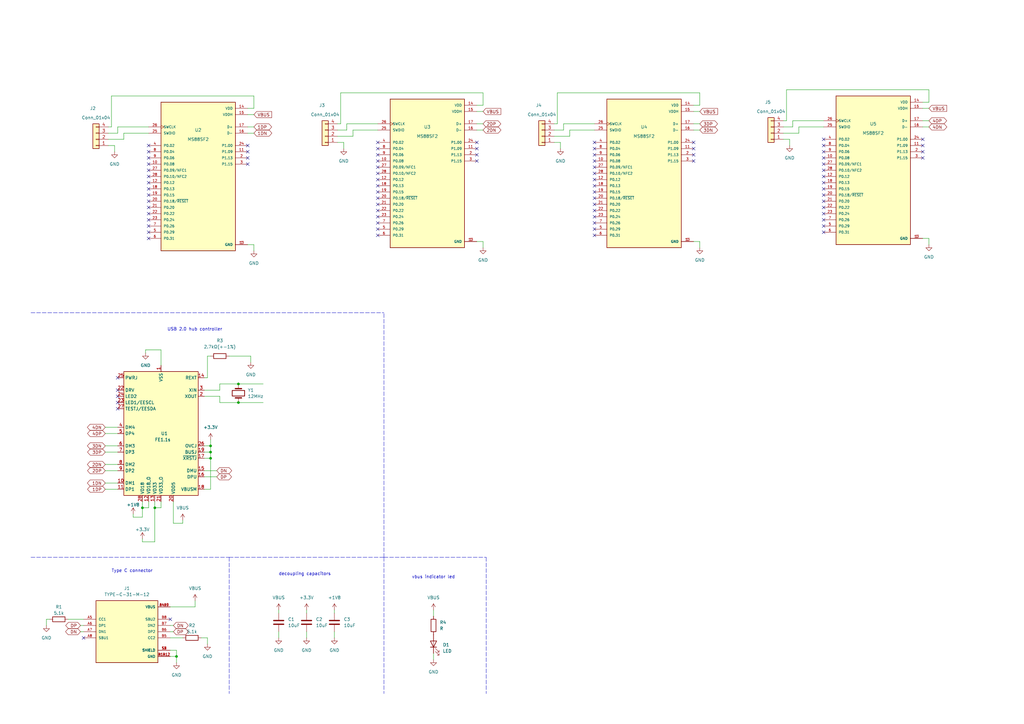
<source format=kicad_sch>
(kicad_sch (version 20211123) (generator eeschema)

  (uuid c2933937-0aaf-41f9-b49e-21afbd106ffb)

  (paper "A3")

  (lib_symbols
    (symbol "Connector_Generic:Conn_01x04" (pin_names (offset 1.016) hide) (in_bom yes) (on_board yes)
      (property "Reference" "J" (id 0) (at 0 5.08 0)
        (effects (font (size 1.27 1.27)))
      )
      (property "Value" "Conn_01x04" (id 1) (at 0 -7.62 0)
        (effects (font (size 1.27 1.27)))
      )
      (property "Footprint" "" (id 2) (at 0 0 0)
        (effects (font (size 1.27 1.27)) hide)
      )
      (property "Datasheet" "~" (id 3) (at 0 0 0)
        (effects (font (size 1.27 1.27)) hide)
      )
      (property "ki_keywords" "connector" (id 4) (at 0 0 0)
        (effects (font (size 1.27 1.27)) hide)
      )
      (property "ki_description" "Generic connector, single row, 01x04, script generated (kicad-library-utils/schlib/autogen/connector/)" (id 5) (at 0 0 0)
        (effects (font (size 1.27 1.27)) hide)
      )
      (property "ki_fp_filters" "Connector*:*_1x??_*" (id 6) (at 0 0 0)
        (effects (font (size 1.27 1.27)) hide)
      )
      (symbol "Conn_01x04_1_1"
        (rectangle (start -1.27 -4.953) (end 0 -5.207)
          (stroke (width 0.1524) (type default) (color 0 0 0 0))
          (fill (type none))
        )
        (rectangle (start -1.27 -2.413) (end 0 -2.667)
          (stroke (width 0.1524) (type default) (color 0 0 0 0))
          (fill (type none))
        )
        (rectangle (start -1.27 0.127) (end 0 -0.127)
          (stroke (width 0.1524) (type default) (color 0 0 0 0))
          (fill (type none))
        )
        (rectangle (start -1.27 2.667) (end 0 2.413)
          (stroke (width 0.1524) (type default) (color 0 0 0 0))
          (fill (type none))
        )
        (rectangle (start -1.27 3.81) (end 1.27 -6.35)
          (stroke (width 0.254) (type default) (color 0 0 0 0))
          (fill (type background))
        )
        (pin passive line (at -5.08 2.54 0) (length 3.81)
          (name "Pin_1" (effects (font (size 1.27 1.27))))
          (number "1" (effects (font (size 1.27 1.27))))
        )
        (pin passive line (at -5.08 0 0) (length 3.81)
          (name "Pin_2" (effects (font (size 1.27 1.27))))
          (number "2" (effects (font (size 1.27 1.27))))
        )
        (pin passive line (at -5.08 -2.54 0) (length 3.81)
          (name "Pin_3" (effects (font (size 1.27 1.27))))
          (number "3" (effects (font (size 1.27 1.27))))
        )
        (pin passive line (at -5.08 -5.08 0) (length 3.81)
          (name "Pin_4" (effects (font (size 1.27 1.27))))
          (number "4" (effects (font (size 1.27 1.27))))
        )
      )
    )
    (symbol "Device:C" (pin_numbers hide) (pin_names (offset 0.254)) (in_bom yes) (on_board yes)
      (property "Reference" "C" (id 0) (at 0.635 2.54 0)
        (effects (font (size 1.27 1.27)) (justify left))
      )
      (property "Value" "C" (id 1) (at 0.635 -2.54 0)
        (effects (font (size 1.27 1.27)) (justify left))
      )
      (property "Footprint" "" (id 2) (at 0.9652 -3.81 0)
        (effects (font (size 1.27 1.27)) hide)
      )
      (property "Datasheet" "~" (id 3) (at 0 0 0)
        (effects (font (size 1.27 1.27)) hide)
      )
      (property "ki_keywords" "cap capacitor" (id 4) (at 0 0 0)
        (effects (font (size 1.27 1.27)) hide)
      )
      (property "ki_description" "Unpolarized capacitor" (id 5) (at 0 0 0)
        (effects (font (size 1.27 1.27)) hide)
      )
      (property "ki_fp_filters" "C_*" (id 6) (at 0 0 0)
        (effects (font (size 1.27 1.27)) hide)
      )
      (symbol "C_0_1"
        (polyline
          (pts
            (xy -2.032 -0.762)
            (xy 2.032 -0.762)
          )
          (stroke (width 0.508) (type default) (color 0 0 0 0))
          (fill (type none))
        )
        (polyline
          (pts
            (xy -2.032 0.762)
            (xy 2.032 0.762)
          )
          (stroke (width 0.508) (type default) (color 0 0 0 0))
          (fill (type none))
        )
      )
      (symbol "C_1_1"
        (pin passive line (at 0 3.81 270) (length 2.794)
          (name "~" (effects (font (size 1.27 1.27))))
          (number "1" (effects (font (size 1.27 1.27))))
        )
        (pin passive line (at 0 -3.81 90) (length 2.794)
          (name "~" (effects (font (size 1.27 1.27))))
          (number "2" (effects (font (size 1.27 1.27))))
        )
      )
    )
    (symbol "Device:Crystal" (pin_numbers hide) (pin_names (offset 1.016) hide) (in_bom yes) (on_board yes)
      (property "Reference" "Y" (id 0) (at 0 3.81 0)
        (effects (font (size 1.27 1.27)))
      )
      (property "Value" "Crystal" (id 1) (at 0 -3.81 0)
        (effects (font (size 1.27 1.27)))
      )
      (property "Footprint" "" (id 2) (at 0 0 0)
        (effects (font (size 1.27 1.27)) hide)
      )
      (property "Datasheet" "~" (id 3) (at 0 0 0)
        (effects (font (size 1.27 1.27)) hide)
      )
      (property "ki_keywords" "quartz ceramic resonator oscillator" (id 4) (at 0 0 0)
        (effects (font (size 1.27 1.27)) hide)
      )
      (property "ki_description" "Two pin crystal" (id 5) (at 0 0 0)
        (effects (font (size 1.27 1.27)) hide)
      )
      (property "ki_fp_filters" "Crystal*" (id 6) (at 0 0 0)
        (effects (font (size 1.27 1.27)) hide)
      )
      (symbol "Crystal_0_1"
        (rectangle (start -1.143 2.54) (end 1.143 -2.54)
          (stroke (width 0.3048) (type default) (color 0 0 0 0))
          (fill (type none))
        )
        (polyline
          (pts
            (xy -2.54 0)
            (xy -1.905 0)
          )
          (stroke (width 0) (type default) (color 0 0 0 0))
          (fill (type none))
        )
        (polyline
          (pts
            (xy -1.905 -1.27)
            (xy -1.905 1.27)
          )
          (stroke (width 0.508) (type default) (color 0 0 0 0))
          (fill (type none))
        )
        (polyline
          (pts
            (xy 1.905 -1.27)
            (xy 1.905 1.27)
          )
          (stroke (width 0.508) (type default) (color 0 0 0 0))
          (fill (type none))
        )
        (polyline
          (pts
            (xy 2.54 0)
            (xy 1.905 0)
          )
          (stroke (width 0) (type default) (color 0 0 0 0))
          (fill (type none))
        )
      )
      (symbol "Crystal_1_1"
        (pin passive line (at -3.81 0 0) (length 1.27)
          (name "1" (effects (font (size 1.27 1.27))))
          (number "1" (effects (font (size 1.27 1.27))))
        )
        (pin passive line (at 3.81 0 180) (length 1.27)
          (name "2" (effects (font (size 1.27 1.27))))
          (number "2" (effects (font (size 1.27 1.27))))
        )
      )
    )
    (symbol "Device:LED" (pin_numbers hide) (pin_names (offset 1.016) hide) (in_bom yes) (on_board yes)
      (property "Reference" "D" (id 0) (at 0 2.54 0)
        (effects (font (size 1.27 1.27)))
      )
      (property "Value" "LED" (id 1) (at 0 -2.54 0)
        (effects (font (size 1.27 1.27)))
      )
      (property "Footprint" "" (id 2) (at 0 0 0)
        (effects (font (size 1.27 1.27)) hide)
      )
      (property "Datasheet" "~" (id 3) (at 0 0 0)
        (effects (font (size 1.27 1.27)) hide)
      )
      (property "ki_keywords" "LED diode" (id 4) (at 0 0 0)
        (effects (font (size 1.27 1.27)) hide)
      )
      (property "ki_description" "Light emitting diode" (id 5) (at 0 0 0)
        (effects (font (size 1.27 1.27)) hide)
      )
      (property "ki_fp_filters" "LED* LED_SMD:* LED_THT:*" (id 6) (at 0 0 0)
        (effects (font (size 1.27 1.27)) hide)
      )
      (symbol "LED_0_1"
        (polyline
          (pts
            (xy -1.27 -1.27)
            (xy -1.27 1.27)
          )
          (stroke (width 0.254) (type default) (color 0 0 0 0))
          (fill (type none))
        )
        (polyline
          (pts
            (xy -1.27 0)
            (xy 1.27 0)
          )
          (stroke (width 0) (type default) (color 0 0 0 0))
          (fill (type none))
        )
        (polyline
          (pts
            (xy 1.27 -1.27)
            (xy 1.27 1.27)
            (xy -1.27 0)
            (xy 1.27 -1.27)
          )
          (stroke (width 0.254) (type default) (color 0 0 0 0))
          (fill (type none))
        )
        (polyline
          (pts
            (xy -3.048 -0.762)
            (xy -4.572 -2.286)
            (xy -3.81 -2.286)
            (xy -4.572 -2.286)
            (xy -4.572 -1.524)
          )
          (stroke (width 0) (type default) (color 0 0 0 0))
          (fill (type none))
        )
        (polyline
          (pts
            (xy -1.778 -0.762)
            (xy -3.302 -2.286)
            (xy -2.54 -2.286)
            (xy -3.302 -2.286)
            (xy -3.302 -1.524)
          )
          (stroke (width 0) (type default) (color 0 0 0 0))
          (fill (type none))
        )
      )
      (symbol "LED_1_1"
        (pin passive line (at -3.81 0 0) (length 2.54)
          (name "K" (effects (font (size 1.27 1.27))))
          (number "1" (effects (font (size 1.27 1.27))))
        )
        (pin passive line (at 3.81 0 180) (length 2.54)
          (name "A" (effects (font (size 1.27 1.27))))
          (number "2" (effects (font (size 1.27 1.27))))
        )
      )
    )
    (symbol "Device:R" (pin_numbers hide) (pin_names (offset 0)) (in_bom yes) (on_board yes)
      (property "Reference" "R" (id 0) (at 2.032 0 90)
        (effects (font (size 1.27 1.27)))
      )
      (property "Value" "R" (id 1) (at 0 0 90)
        (effects (font (size 1.27 1.27)))
      )
      (property "Footprint" "" (id 2) (at -1.778 0 90)
        (effects (font (size 1.27 1.27)) hide)
      )
      (property "Datasheet" "~" (id 3) (at 0 0 0)
        (effects (font (size 1.27 1.27)) hide)
      )
      (property "ki_keywords" "R res resistor" (id 4) (at 0 0 0)
        (effects (font (size 1.27 1.27)) hide)
      )
      (property "ki_description" "Resistor" (id 5) (at 0 0 0)
        (effects (font (size 1.27 1.27)) hide)
      )
      (property "ki_fp_filters" "R_*" (id 6) (at 0 0 0)
        (effects (font (size 1.27 1.27)) hide)
      )
      (symbol "R_0_1"
        (rectangle (start -1.016 -2.54) (end 1.016 2.54)
          (stroke (width 0.254) (type default) (color 0 0 0 0))
          (fill (type none))
        )
      )
      (symbol "R_1_1"
        (pin passive line (at 0 3.81 270) (length 1.27)
          (name "~" (effects (font (size 1.27 1.27))))
          (number "1" (effects (font (size 1.27 1.27))))
        )
        (pin passive line (at 0 -3.81 90) (length 1.27)
          (name "~" (effects (font (size 1.27 1.27))))
          (number "2" (effects (font (size 1.27 1.27))))
        )
      )
    )
    (symbol "Interface_USB:FE1.1s" (in_bom yes) (on_board yes)
      (property "Reference" "U" (id 0) (at -11.43 26.67 0)
        (effects (font (size 1.27 1.27)))
      )
      (property "Value" "FE1.1s" (id 1) (at 12.7 27.94 0)
        (effects (font (size 1.27 1.27)) (justify top))
      )
      (property "Footprint" "Package_SO:SSOP-28_3.9x9.9mm_P0.635mm" (id 2) (at 26.67 -38.1 0)
        (effects (font (size 1.27 1.27)) hide)
      )
      (property "Datasheet" "https://cdn-shop.adafruit.com/product-files/2991/FE1.1s+Data+Sheet+(Rev.+1.0).pdf" (id 3) (at 0 0 0)
        (effects (font (size 1.27 1.27)) hide)
      )
      (property "ki_keywords" "4-Port, EEPROM, High Speed, Hub, USB2.0" (id 4) (at 0 0 0)
        (effects (font (size 1.27 1.27)) hide)
      )
      (property "ki_description" "USB 2.0 High Speed 4-Port Hub Controller, SSOP-28" (id 5) (at 0 0 0)
        (effects (font (size 1.27 1.27)) hide)
      )
      (property "ki_fp_filters" "SSOP*3.9x9.9mm*P0.635mm*" (id 6) (at 0 0 0)
        (effects (font (size 1.27 1.27)) hide)
      )
      (symbol "FE1.1s_0_1"
        (rectangle (start -15.24 25.4) (end 15.24 -25.4)
          (stroke (width 0.254) (type default) (color 0 0 0 0))
          (fill (type background))
        )
      )
      (symbol "FE1.1s_1_1"
        (pin power_in line (at 0 -27.94 90) (length 2.54)
          (name "VSS" (effects (font (size 1.27 1.27))))
          (number "1" (effects (font (size 1.27 1.27))))
        )
        (pin bidirectional line (at 17.78 20.32 180) (length 2.54)
          (name "DM1" (effects (font (size 1.27 1.27))))
          (number "10" (effects (font (size 1.27 1.27))))
        )
        (pin bidirectional line (at 17.78 22.86 180) (length 2.54)
          (name "DP1" (effects (font (size 1.27 1.27))))
          (number "11" (effects (font (size 1.27 1.27))))
        )
        (pin power_out line (at 5.08 27.94 270) (length 2.54)
          (name "VD18_O" (effects (font (size 1.27 1.27))))
          (number "12" (effects (font (size 1.27 1.27))))
        )
        (pin power_in line (at 2.54 27.94 270) (length 2.54)
          (name "VD33" (effects (font (size 1.27 1.27))))
          (number "13" (effects (font (size 1.27 1.27))))
        )
        (pin passive line (at -17.78 -22.86 0) (length 2.54)
          (name "REXT" (effects (font (size 1.27 1.27))))
          (number "14" (effects (font (size 1.27 1.27))))
        )
        (pin bidirectional line (at -17.78 15.24 0) (length 2.54)
          (name "DMU" (effects (font (size 1.27 1.27))))
          (number "15" (effects (font (size 1.27 1.27))))
        )
        (pin bidirectional line (at -17.78 17.78 0) (length 2.54)
          (name "DPU" (effects (font (size 1.27 1.27))))
          (number "16" (effects (font (size 1.27 1.27))))
        )
        (pin input line (at -17.78 10.16 0) (length 2.54)
          (name "~{XRSTJ}" (effects (font (size 1.27 1.27))))
          (number "17" (effects (font (size 1.27 1.27))))
        )
        (pin input line (at -17.78 22.86 0) (length 2.54)
          (name "VBUSM" (effects (font (size 1.27 1.27))))
          (number "18" (effects (font (size 1.27 1.27))))
        )
        (pin input line (at -17.78 7.62 0) (length 2.54)
          (name "BUSJ" (effects (font (size 1.27 1.27))))
          (number "19" (effects (font (size 1.27 1.27))))
        )
        (pin output line (at -17.78 -15.24 0) (length 2.54)
          (name "XOUT" (effects (font (size 1.27 1.27))))
          (number "2" (effects (font (size 1.27 1.27))))
        )
        (pin power_in line (at -5.08 27.94 270) (length 2.54)
          (name "VDD5" (effects (font (size 1.27 1.27))))
          (number "20" (effects (font (size 1.27 1.27))))
        )
        (pin power_out line (at 0 27.94 270) (length 2.54)
          (name "VD33_O" (effects (font (size 1.27 1.27))))
          (number "21" (effects (font (size 1.27 1.27))))
        )
        (pin bidirectional line (at 17.78 -17.78 180) (length 2.54)
          (name "DRV" (effects (font (size 1.27 1.27))))
          (number "22" (effects (font (size 1.27 1.27))))
        )
        (pin bidirectional line (at 17.78 -12.7 180) (length 2.54)
          (name "LED1/EESCL" (effects (font (size 1.27 1.27))))
          (number "23" (effects (font (size 1.27 1.27))))
        )
        (pin bidirectional line (at 17.78 -15.24 180) (length 2.54)
          (name "LED2" (effects (font (size 1.27 1.27))))
          (number "24" (effects (font (size 1.27 1.27))))
        )
        (pin output line (at 17.78 -22.86 180) (length 2.54)
          (name "PWRJ" (effects (font (size 1.27 1.27))))
          (number "25" (effects (font (size 1.27 1.27))))
        )
        (pin input line (at -17.78 5.08 0) (length 2.54)
          (name "OVCJ" (effects (font (size 1.27 1.27))))
          (number "26" (effects (font (size 1.27 1.27))))
        )
        (pin bidirectional line (at 17.78 -10.16 180) (length 2.54)
          (name "TESTJ/EESDA" (effects (font (size 1.27 1.27))))
          (number "27" (effects (font (size 1.27 1.27))))
        )
        (pin power_in line (at 7.62 27.94 270) (length 2.54)
          (name "VD18" (effects (font (size 1.27 1.27))))
          (number "28" (effects (font (size 1.27 1.27))))
        )
        (pin input line (at -17.78 -17.78 0) (length 2.54)
          (name "XIN" (effects (font (size 1.27 1.27))))
          (number "3" (effects (font (size 1.27 1.27))))
        )
        (pin bidirectional line (at 17.78 -2.54 180) (length 2.54)
          (name "DM4" (effects (font (size 1.27 1.27))))
          (number "4" (effects (font (size 1.27 1.27))))
        )
        (pin bidirectional line (at 17.78 0 180) (length 2.54)
          (name "DP4" (effects (font (size 1.27 1.27))))
          (number "5" (effects (font (size 1.27 1.27))))
        )
        (pin bidirectional line (at 17.78 5.08 180) (length 2.54)
          (name "DM3" (effects (font (size 1.27 1.27))))
          (number "6" (effects (font (size 1.27 1.27))))
        )
        (pin bidirectional line (at 17.78 7.62 180) (length 2.54)
          (name "DP3" (effects (font (size 1.27 1.27))))
          (number "7" (effects (font (size 1.27 1.27))))
        )
        (pin bidirectional line (at 17.78 12.7 180) (length 2.54)
          (name "DM2" (effects (font (size 1.27 1.27))))
          (number "8" (effects (font (size 1.27 1.27))))
        )
        (pin bidirectional line (at 17.78 15.24 180) (length 2.54)
          (name "DP2" (effects (font (size 1.27 1.27))))
          (number "9" (effects (font (size 1.27 1.27))))
        )
      )
    )
    (symbol "MS88SF2:MS88SF2" (pin_names (offset 1.016)) (in_bom yes) (on_board yes)
      (property "Reference" "U" (id 0) (at -15.24 33.02 0)
        (effects (font (size 1.27 1.27)) (justify left top))
      )
      (property "Value" "MS88SF2" (id 1) (at -15.24 -33.02 0)
        (effects (font (size 1.27 1.27)) (justify left bottom))
      )
      (property "Footprint" "XCVR_MS88SF2" (id 2) (at 0 0 0)
        (effects (font (size 1.27 1.27)) (justify bottom) hide)
      )
      (property "Datasheet" "" (id 3) (at 0 0 0)
        (effects (font (size 1.27 1.27)) hide)
      )
      (property "STANDARD" "Manufacturer Recommendations" (id 4) (at 0 0 0)
        (effects (font (size 1.27 1.27)) (justify bottom) hide)
      )
      (property "PARTREV" "2.3" (id 5) (at 0 0 0)
        (effects (font (size 1.27 1.27)) (justify bottom) hide)
      )
      (property "MANUFACTURER" "Minew" (id 6) (at 0 0 0)
        (effects (font (size 1.27 1.27)) (justify bottom) hide)
      )
      (property "MAXIMUM_PACKAGE_HEIGHT" "2.15mm" (id 7) (at 0 0 0)
        (effects (font (size 1.27 1.27)) (justify bottom) hide)
      )
      (symbol "MS88SF2_0_0"
        (rectangle (start -15.24 -30.48) (end 15.24 30.48)
          (stroke (width 0.254) (type default) (color 0 0 0 0))
          (fill (type background))
        )
        (pin power_in line (at 20.32 -27.94 180) (length 5.08)
          (name "GND" (effects (font (size 1.016 1.016))))
          (number "1" (effects (font (size 1.016 1.016))))
        )
        (pin bidirectional line (at -20.32 5.08 0) (length 5.08)
          (name "P0.08" (effects (font (size 1.016 1.016))))
          (number "10" (effects (font (size 1.016 1.016))))
        )
        (pin bidirectional line (at 20.32 10.16 180) (length 5.08)
          (name "P1.09" (effects (font (size 1.016 1.016))))
          (number "11" (effects (font (size 1.016 1.016))))
        )
        (pin bidirectional line (at -20.32 -2.54 0) (length 5.08)
          (name "P0.12" (effects (font (size 1.016 1.016))))
          (number "12" (effects (font (size 1.016 1.016))))
        )
        (pin power_in line (at 20.32 -27.94 180) (length 5.08)
          (name "GND" (effects (font (size 1.016 1.016))))
          (number "13" (effects (font (size 1.016 1.016))))
        )
        (pin power_in line (at 20.32 27.94 180) (length 5.08)
          (name "VDD" (effects (font (size 1.016 1.016))))
          (number "14" (effects (font (size 1.016 1.016))))
        )
        (pin power_in line (at 20.32 25.4 180) (length 5.08)
          (name "VDDH" (effects (font (size 1.016 1.016))))
          (number "15" (effects (font (size 1.016 1.016))))
        )
        (pin bidirectional line (at 20.32 17.78 180) (length 5.08)
          (name "D-" (effects (font (size 1.016 1.016))))
          (number "16" (effects (font (size 1.016 1.016))))
        )
        (pin bidirectional line (at 20.32 20.32 180) (length 5.08)
          (name "D+" (effects (font (size 1.016 1.016))))
          (number "17" (effects (font (size 1.016 1.016))))
        )
        (pin bidirectional line (at -20.32 -5.08 0) (length 5.08)
          (name "P0.13" (effects (font (size 1.016 1.016))))
          (number "18" (effects (font (size 1.016 1.016))))
        )
        (pin bidirectional line (at -20.32 -7.62 0) (length 5.08)
          (name "P0.15" (effects (font (size 1.016 1.016))))
          (number "19" (effects (font (size 1.016 1.016))))
        )
        (pin bidirectional line (at 20.32 7.62 180) (length 5.08)
          (name "P1.13" (effects (font (size 1.016 1.016))))
          (number "2" (effects (font (size 1.016 1.016))))
        )
        (pin bidirectional line (at -20.32 -10.16 0) (length 5.08)
          (name "P0.18/~{RESET}" (effects (font (size 1.016 1.016))))
          (number "20" (effects (font (size 1.016 1.016))))
        )
        (pin bidirectional line (at -20.32 -12.7 0) (length 5.08)
          (name "P0.20" (effects (font (size 1.016 1.016))))
          (number "21" (effects (font (size 1.016 1.016))))
        )
        (pin bidirectional line (at -20.32 -15.24 0) (length 5.08)
          (name "P0.22" (effects (font (size 1.016 1.016))))
          (number "22" (effects (font (size 1.016 1.016))))
        )
        (pin bidirectional line (at -20.32 -17.78 0) (length 5.08)
          (name "P0.24" (effects (font (size 1.016 1.016))))
          (number "23" (effects (font (size 1.016 1.016))))
        )
        (pin bidirectional line (at 20.32 12.7 180) (length 5.08)
          (name "P1.00" (effects (font (size 1.016 1.016))))
          (number "24" (effects (font (size 1.016 1.016))))
        )
        (pin bidirectional line (at -20.32 17.78 0) (length 5.08)
          (name "SWDIO" (effects (font (size 1.016 1.016))))
          (number "25" (effects (font (size 1.016 1.016))))
        )
        (pin input clock (at -20.32 20.32 0) (length 5.08)
          (name "SWCLK" (effects (font (size 1.016 1.016))))
          (number "26" (effects (font (size 1.016 1.016))))
        )
        (pin bidirectional line (at -20.32 2.54 0) (length 5.08)
          (name "P0.09/NFC1" (effects (font (size 1.016 1.016))))
          (number "27" (effects (font (size 1.016 1.016))))
        )
        (pin bidirectional line (at -20.32 0 0) (length 5.08)
          (name "P0.10/NFC2" (effects (font (size 1.016 1.016))))
          (number "28" (effects (font (size 1.016 1.016))))
        )
        (pin bidirectional line (at 20.32 5.08 180) (length 5.08)
          (name "P1.15" (effects (font (size 1.016 1.016))))
          (number "3" (effects (font (size 1.016 1.016))))
        )
        (pin bidirectional line (at -20.32 12.7 0) (length 5.08)
          (name "P0.02" (effects (font (size 1.016 1.016))))
          (number "4" (effects (font (size 1.016 1.016))))
        )
        (pin bidirectional line (at -20.32 -22.86 0) (length 5.08)
          (name "P0.29" (effects (font (size 1.016 1.016))))
          (number "5" (effects (font (size 1.016 1.016))))
        )
        (pin bidirectional line (at -20.32 -25.4 0) (length 5.08)
          (name "P0.31" (effects (font (size 1.016 1.016))))
          (number "6" (effects (font (size 1.016 1.016))))
        )
        (pin bidirectional line (at -20.32 -20.32 0) (length 5.08)
          (name "P0.26" (effects (font (size 1.016 1.016))))
          (number "7" (effects (font (size 1.016 1.016))))
        )
        (pin bidirectional line (at -20.32 10.16 0) (length 5.08)
          (name "P0.04" (effects (font (size 1.016 1.016))))
          (number "8" (effects (font (size 1.016 1.016))))
        )
        (pin bidirectional line (at -20.32 7.62 0) (length 5.08)
          (name "P0.06" (effects (font (size 1.016 1.016))))
          (number "9" (effects (font (size 1.016 1.016))))
        )
      )
    )
    (symbol "TYPE-C-31-M-12:TYPE-C-31-M-12" (pin_names (offset 1.016)) (in_bom yes) (on_board yes)
      (property "Reference" "J" (id 0) (at -12.7 13.462 0)
        (effects (font (size 1.27 1.27)) (justify left bottom))
      )
      (property "Value" "TYPE-C-31-M-12" (id 1) (at -12.7 -13.462 0)
        (effects (font (size 1.27 1.27)) (justify left bottom))
      )
      (property "Footprint" "HRO_TYPE-C-31-M-12" (id 2) (at 0 0 0)
        (effects (font (size 1.27 1.27)) (justify left bottom) hide)
      )
      (property "Datasheet" "" (id 3) (at 0 0 0)
        (effects (font (size 1.27 1.27)) (justify left bottom) hide)
      )
      (property "MAXIMUM_PACKAGE_HEIGHT" "3.31mm" (id 4) (at 0 0 0)
        (effects (font (size 1.27 1.27)) (justify left bottom) hide)
      )
      (property "MANUFACTURER" "HRO Electronics" (id 5) (at 0 0 0)
        (effects (font (size 1.27 1.27)) (justify left bottom) hide)
      )
      (property "PARTREV" "A" (id 6) (at 0 0 0)
        (effects (font (size 1.27 1.27)) (justify left bottom) hide)
      )
      (property "STANDARD" "Manufacturer Recommendations" (id 7) (at 0 0 0)
        (effects (font (size 1.27 1.27)) (justify left bottom) hide)
      )
      (property "ki_locked" "" (id 8) (at 0 0 0)
        (effects (font (size 1.27 1.27)))
      )
      (symbol "TYPE-C-31-M-12_0_0"
        (rectangle (start -12.7 -12.7) (end 12.7 12.7)
          (stroke (width 0.254) (type default) (color 0 0 0 0))
          (fill (type background))
        )
        (pin power_in line (at 17.78 -10.16 180) (length 5.08)
          (name "GND" (effects (font (size 1.016 1.016))))
          (number "A1B12" (effects (font (size 1.016 1.016))))
        )
        (pin power_in line (at 17.78 10.16 180) (length 5.08)
          (name "VBUS" (effects (font (size 1.016 1.016))))
          (number "A4B9" (effects (font (size 1.016 1.016))))
        )
        (pin bidirectional line (at -17.78 5.08 0) (length 5.08)
          (name "CC1" (effects (font (size 1.016 1.016))))
          (number "A5" (effects (font (size 1.016 1.016))))
        )
        (pin bidirectional line (at -17.78 2.54 0) (length 5.08)
          (name "DP1" (effects (font (size 1.016 1.016))))
          (number "A6" (effects (font (size 1.016 1.016))))
        )
        (pin bidirectional line (at -17.78 0 0) (length 5.08)
          (name "DN1" (effects (font (size 1.016 1.016))))
          (number "A7" (effects (font (size 1.016 1.016))))
        )
        (pin bidirectional line (at -17.78 -2.54 0) (length 5.08)
          (name "SBU1" (effects (font (size 1.016 1.016))))
          (number "A8" (effects (font (size 1.016 1.016))))
        )
        (pin power_in line (at 17.78 -10.16 180) (length 5.08)
          (name "GND" (effects (font (size 1.016 1.016))))
          (number "B1A12" (effects (font (size 1.016 1.016))))
        )
        (pin power_in line (at 17.78 10.16 180) (length 5.08)
          (name "VBUS" (effects (font (size 1.016 1.016))))
          (number "B4A9" (effects (font (size 1.016 1.016))))
        )
        (pin bidirectional line (at 17.78 -2.54 180) (length 5.08)
          (name "CC2" (effects (font (size 1.016 1.016))))
          (number "B5" (effects (font (size 1.016 1.016))))
        )
        (pin bidirectional line (at 17.78 0 180) (length 5.08)
          (name "DP2" (effects (font (size 1.016 1.016))))
          (number "B6" (effects (font (size 1.016 1.016))))
        )
        (pin bidirectional line (at 17.78 2.54 180) (length 5.08)
          (name "DN2" (effects (font (size 1.016 1.016))))
          (number "B7" (effects (font (size 1.016 1.016))))
        )
        (pin bidirectional line (at 17.78 5.08 180) (length 5.08)
          (name "SBU2" (effects (font (size 1.016 1.016))))
          (number "B8" (effects (font (size 1.016 1.016))))
        )
        (pin passive line (at 17.78 -7.62 180) (length 5.08)
          (name "SHIELD" (effects (font (size 1.016 1.016))))
          (number "S1" (effects (font (size 1.016 1.016))))
        )
        (pin passive line (at 17.78 -7.62 180) (length 5.08)
          (name "SHIELD" (effects (font (size 1.016 1.016))))
          (number "S2" (effects (font (size 1.016 1.016))))
        )
        (pin passive line (at 17.78 -7.62 180) (length 5.08)
          (name "SHIELD" (effects (font (size 1.016 1.016))))
          (number "S3" (effects (font (size 1.016 1.016))))
        )
        (pin passive line (at 17.78 -7.62 180) (length 5.08)
          (name "SHIELD" (effects (font (size 1.016 1.016))))
          (number "S4" (effects (font (size 1.016 1.016))))
        )
      )
    )
    (symbol "power:+1V8" (power) (pin_names (offset 0)) (in_bom yes) (on_board yes)
      (property "Reference" "#PWR" (id 0) (at 0 -3.81 0)
        (effects (font (size 1.27 1.27)) hide)
      )
      (property "Value" "+1V8" (id 1) (at 0 3.556 0)
        (effects (font (size 1.27 1.27)))
      )
      (property "Footprint" "" (id 2) (at 0 0 0)
        (effects (font (size 1.27 1.27)) hide)
      )
      (property "Datasheet" "" (id 3) (at 0 0 0)
        (effects (font (size 1.27 1.27)) hide)
      )
      (property "ki_keywords" "power-flag" (id 4) (at 0 0 0)
        (effects (font (size 1.27 1.27)) hide)
      )
      (property "ki_description" "Power symbol creates a global label with name \"+1V8\"" (id 5) (at 0 0 0)
        (effects (font (size 1.27 1.27)) hide)
      )
      (symbol "+1V8_0_1"
        (polyline
          (pts
            (xy -0.762 1.27)
            (xy 0 2.54)
          )
          (stroke (width 0) (type default) (color 0 0 0 0))
          (fill (type none))
        )
        (polyline
          (pts
            (xy 0 0)
            (xy 0 2.54)
          )
          (stroke (width 0) (type default) (color 0 0 0 0))
          (fill (type none))
        )
        (polyline
          (pts
            (xy 0 2.54)
            (xy 0.762 1.27)
          )
          (stroke (width 0) (type default) (color 0 0 0 0))
          (fill (type none))
        )
      )
      (symbol "+1V8_1_1"
        (pin power_in line (at 0 0 90) (length 0) hide
          (name "+1V8" (effects (font (size 1.27 1.27))))
          (number "1" (effects (font (size 1.27 1.27))))
        )
      )
    )
    (symbol "power:+3.3V" (power) (pin_names (offset 0)) (in_bom yes) (on_board yes)
      (property "Reference" "#PWR" (id 0) (at 0 -3.81 0)
        (effects (font (size 1.27 1.27)) hide)
      )
      (property "Value" "+3.3V" (id 1) (at 0 3.556 0)
        (effects (font (size 1.27 1.27)))
      )
      (property "Footprint" "" (id 2) (at 0 0 0)
        (effects (font (size 1.27 1.27)) hide)
      )
      (property "Datasheet" "" (id 3) (at 0 0 0)
        (effects (font (size 1.27 1.27)) hide)
      )
      (property "ki_keywords" "power-flag" (id 4) (at 0 0 0)
        (effects (font (size 1.27 1.27)) hide)
      )
      (property "ki_description" "Power symbol creates a global label with name \"+3.3V\"" (id 5) (at 0 0 0)
        (effects (font (size 1.27 1.27)) hide)
      )
      (symbol "+3.3V_0_1"
        (polyline
          (pts
            (xy -0.762 1.27)
            (xy 0 2.54)
          )
          (stroke (width 0) (type default) (color 0 0 0 0))
          (fill (type none))
        )
        (polyline
          (pts
            (xy 0 0)
            (xy 0 2.54)
          )
          (stroke (width 0) (type default) (color 0 0 0 0))
          (fill (type none))
        )
        (polyline
          (pts
            (xy 0 2.54)
            (xy 0.762 1.27)
          )
          (stroke (width 0) (type default) (color 0 0 0 0))
          (fill (type none))
        )
      )
      (symbol "+3.3V_1_1"
        (pin power_in line (at 0 0 90) (length 0) hide
          (name "+3.3V" (effects (font (size 1.27 1.27))))
          (number "1" (effects (font (size 1.27 1.27))))
        )
      )
    )
    (symbol "power:GND" (power) (pin_names (offset 0)) (in_bom yes) (on_board yes)
      (property "Reference" "#PWR" (id 0) (at 0 -6.35 0)
        (effects (font (size 1.27 1.27)) hide)
      )
      (property "Value" "GND" (id 1) (at 0 -3.81 0)
        (effects (font (size 1.27 1.27)))
      )
      (property "Footprint" "" (id 2) (at 0 0 0)
        (effects (font (size 1.27 1.27)) hide)
      )
      (property "Datasheet" "" (id 3) (at 0 0 0)
        (effects (font (size 1.27 1.27)) hide)
      )
      (property "ki_keywords" "power-flag" (id 4) (at 0 0 0)
        (effects (font (size 1.27 1.27)) hide)
      )
      (property "ki_description" "Power symbol creates a global label with name \"GND\" , ground" (id 5) (at 0 0 0)
        (effects (font (size 1.27 1.27)) hide)
      )
      (symbol "GND_0_1"
        (polyline
          (pts
            (xy 0 0)
            (xy 0 -1.27)
            (xy 1.27 -1.27)
            (xy 0 -2.54)
            (xy -1.27 -1.27)
            (xy 0 -1.27)
          )
          (stroke (width 0) (type default) (color 0 0 0 0))
          (fill (type none))
        )
      )
      (symbol "GND_1_1"
        (pin power_in line (at 0 0 270) (length 0) hide
          (name "GND" (effects (font (size 1.27 1.27))))
          (number "1" (effects (font (size 1.27 1.27))))
        )
      )
    )
    (symbol "power:VBUS" (power) (pin_names (offset 0)) (in_bom yes) (on_board yes)
      (property "Reference" "#PWR" (id 0) (at 0 -3.81 0)
        (effects (font (size 1.27 1.27)) hide)
      )
      (property "Value" "VBUS" (id 1) (at 0 3.81 0)
        (effects (font (size 1.27 1.27)))
      )
      (property "Footprint" "" (id 2) (at 0 0 0)
        (effects (font (size 1.27 1.27)) hide)
      )
      (property "Datasheet" "" (id 3) (at 0 0 0)
        (effects (font (size 1.27 1.27)) hide)
      )
      (property "ki_keywords" "power-flag" (id 4) (at 0 0 0)
        (effects (font (size 1.27 1.27)) hide)
      )
      (property "ki_description" "Power symbol creates a global label with name \"VBUS\"" (id 5) (at 0 0 0)
        (effects (font (size 1.27 1.27)) hide)
      )
      (symbol "VBUS_0_1"
        (polyline
          (pts
            (xy -0.762 1.27)
            (xy 0 2.54)
          )
          (stroke (width 0) (type default) (color 0 0 0 0))
          (fill (type none))
        )
        (polyline
          (pts
            (xy 0 0)
            (xy 0 2.54)
          )
          (stroke (width 0) (type default) (color 0 0 0 0))
          (fill (type none))
        )
        (polyline
          (pts
            (xy 0 2.54)
            (xy 0.762 1.27)
          )
          (stroke (width 0) (type default) (color 0 0 0 0))
          (fill (type none))
        )
      )
      (symbol "VBUS_1_1"
        (pin power_in line (at 0 0 90) (length 0) hide
          (name "VBUS" (effects (font (size 1.27 1.27))))
          (number "1" (effects (font (size 1.27 1.27))))
        )
      )
    )
  )

  (junction (at 58.42 208.28) (diameter 0) (color 0 0 0 0)
    (uuid 0b315a40-a709-4eec-abcb-cd8f4ca0044a)
  )
  (junction (at 86.36 187.96) (diameter 0) (color 0 0 0 0)
    (uuid 73ada8a9-80f3-452c-9eba-bf735a6c8f67)
  )
  (junction (at 63.5 208.28) (diameter 0) (color 0 0 0 0)
    (uuid 7682de10-0d42-4080-a2b7-46c7716fb827)
  )
  (junction (at 86.36 182.88) (diameter 0) (color 0 0 0 0)
    (uuid 79a96f55-33b1-45a7-b3f4-05a60355149e)
  )
  (junction (at 86.36 185.42) (diameter 0) (color 0 0 0 0)
    (uuid 8f72f32c-9077-42a3-a71f-90108b6fc036)
  )
  (junction (at 97.79 165.1) (diameter 0) (color 0 0 0 0)
    (uuid 974271e7-d683-45c6-8684-b6631a9e6149)
  )
  (junction (at 97.79 157.48) (diameter 0) (color 0 0 0 0)
    (uuid bb4bbf8e-d456-4cb4-955c-7eea263090f4)
  )
  (junction (at 72.39 269.24) (diameter 0) (color 0 0 0 0)
    (uuid d7b6522a-4663-453a-a04f-1bd2832ba66c)
  )

  (no_connect (at 154.94 83.82) (uuid 058bd6e2-250e-4b22-9dc7-3998722c2a65))
  (no_connect (at 243.84 60.96) (uuid 07a4eb62-565c-4ee1-b160-7884c3027b0b))
  (no_connect (at 154.94 68.58) (uuid 09796ae8-ef83-478b-b28e-0fd3800813e7))
  (no_connect (at 378.46 64.77) (uuid 0b4a3cff-d0c8-4dbd-af41-416a4544cd00))
  (no_connect (at 48.26 165.1) (uuid 0b9c7bfd-c8f4-4f6a-be6d-747ac9f57582))
  (no_connect (at 284.48 63.5) (uuid 0c1f9396-ec76-43aa-afdd-ba7f17881cdf))
  (no_connect (at 154.94 66.04) (uuid 15d9fcc5-653e-45a9-91fa-bbfe9c2b4660))
  (no_connect (at 337.82 72.39) (uuid 17abdd03-094a-43c3-b70a-e8bbf7c40a56))
  (no_connect (at 34.29 261.62) (uuid 1bf344c1-8190-4fd0-addb-753594778951))
  (no_connect (at 337.82 64.77) (uuid 20207684-185f-447e-8ada-c3135f2b2dd4))
  (no_connect (at 337.82 69.85) (uuid 241da76f-bd04-42e9-aa28-df55b9083f8d))
  (no_connect (at 154.94 60.96) (uuid 2a97aa98-e97d-46ac-8293-005c3a93679d))
  (no_connect (at 154.94 78.74) (uuid 2c5c0856-2e5b-48e2-bb97-f3c58323f982))
  (no_connect (at 378.46 62.23) (uuid 34d294e4-c8b1-42d4-b4c2-b8f9dce18b81))
  (no_connect (at 60.96 59.69) (uuid 364cec6a-9809-4662-85b1-30170b7e34e0))
  (no_connect (at 337.82 80.01) (uuid 36cd7d7f-eedb-41f2-9981-9cbf9649e979))
  (no_connect (at 243.84 58.42) (uuid 3ab2559c-6263-4331-b4aa-51405e76ee5f))
  (no_connect (at 243.84 76.2) (uuid 3b46d2f2-5c87-446b-87fa-0c7b3464bcc1))
  (no_connect (at 243.84 88.9) (uuid 3c124602-bd36-48fd-a26d-b3e4fb6ed85e))
  (no_connect (at 154.94 93.98) (uuid 3dd07ef0-e5b1-4628-9980-43540e2688ba))
  (no_connect (at 243.84 78.74) (uuid 42da9fb6-0077-47e1-9f58-f33177f4afb4))
  (no_connect (at 195.58 58.42) (uuid 4655306e-969d-41ff-b932-67bdd451979b))
  (no_connect (at 284.48 66.04) (uuid 4e6d1aa5-04e0-49b2-a4aa-2749a39fc00d))
  (no_connect (at 337.82 67.31) (uuid 512075f0-4678-4db4-aac9-c2828878c581))
  (no_connect (at 195.58 66.04) (uuid 5262d317-6626-4384-aaa1-243048330cf1))
  (no_connect (at 378.46 59.69) (uuid 5854efb8-a054-4f06-879d-0e406da7b883))
  (no_connect (at 337.82 92.71) (uuid 5d04ce3b-a8ec-4668-8c61-ee98cee6d022))
  (no_connect (at 154.94 73.66) (uuid 61530eeb-6c99-419b-b1d6-6001b3901e0d))
  (no_connect (at 60.96 62.23) (uuid 64415fdf-3604-4f9e-b956-dce51b0521f1))
  (no_connect (at 60.96 64.77) (uuid 64415fdf-3604-4f9e-b956-dce51b0521f2))
  (no_connect (at 60.96 67.31) (uuid 64415fdf-3604-4f9e-b956-dce51b0521f3))
  (no_connect (at 60.96 69.85) (uuid 64415fdf-3604-4f9e-b956-dce51b0521f4))
  (no_connect (at 243.84 73.66) (uuid 6701c0c8-b75a-4fc8-bb48-e095f66d1d2e))
  (no_connect (at 243.84 68.58) (uuid 692a1f20-5aa3-46df-b501-5697e63cec0d))
  (no_connect (at 154.94 63.5) (uuid 6d418358-9225-47f6-be02-1aeecc9f2f44))
  (no_connect (at 243.84 63.5) (uuid 6f31f3c7-d2d0-4586-ab95-006c4e380a84))
  (no_connect (at 60.96 72.39) (uuid 74411a2d-8bdd-4bff-97ad-ef391bbe37b9))
  (no_connect (at 60.96 74.93) (uuid 74411a2d-8bdd-4bff-97ad-ef391bbe37ba))
  (no_connect (at 60.96 77.47) (uuid 74411a2d-8bdd-4bff-97ad-ef391bbe37bb))
  (no_connect (at 60.96 80.01) (uuid 74411a2d-8bdd-4bff-97ad-ef391bbe37bc))
  (no_connect (at 60.96 82.55) (uuid 74411a2d-8bdd-4bff-97ad-ef391bbe37bd))
  (no_connect (at 60.96 85.09) (uuid 74411a2d-8bdd-4bff-97ad-ef391bbe37be))
  (no_connect (at 60.96 87.63) (uuid 74411a2d-8bdd-4bff-97ad-ef391bbe37bf))
  (no_connect (at 60.96 90.17) (uuid 74411a2d-8bdd-4bff-97ad-ef391bbe37c0))
  (no_connect (at 60.96 92.71) (uuid 74411a2d-8bdd-4bff-97ad-ef391bbe37c1))
  (no_connect (at 60.96 95.25) (uuid 74411a2d-8bdd-4bff-97ad-ef391bbe37c2))
  (no_connect (at 60.96 97.79) (uuid 74411a2d-8bdd-4bff-97ad-ef391bbe37c3))
  (no_connect (at 337.82 95.25) (uuid 76714e7e-bc6d-465a-b096-441aa52fbbf8))
  (no_connect (at 243.84 83.82) (uuid 7978ee59-7d34-4ef3-9ec3-741646c49927))
  (no_connect (at 154.94 91.44) (uuid 7c5eccb9-2925-4f6b-80c9-37d69820be34))
  (no_connect (at 337.82 62.23) (uuid 7c9474d8-0c7c-4cee-88a6-60bb4ca8d24b))
  (no_connect (at 284.48 58.42) (uuid 7d07fedc-6c4d-4a2a-95dc-db7bcb89badc))
  (no_connect (at 48.26 160.02) (uuid 7d6f2fe7-410a-4767-a6ec-0842ce441230))
  (no_connect (at 154.94 58.42) (uuid 7dc5ca67-df0a-41f7-9d66-b375eae98632))
  (no_connect (at 337.82 90.17) (uuid 7eca5271-98f5-436e-9519-047f8de7acf1))
  (no_connect (at 243.84 71.12) (uuid 7fb3ab6c-5f45-4ea4-a2e2-a3d2f76bb202))
  (no_connect (at 337.82 59.69) (uuid 81297ca4-a58d-49f4-a1e4-26f08a8f52c6))
  (no_connect (at 154.94 76.2) (uuid 81c0dc67-db07-4f7f-9289-4584941d353a))
  (no_connect (at 243.84 96.52) (uuid 84605179-7f7a-41e7-b159-01747ec53a22))
  (no_connect (at 337.82 74.93) (uuid 85c927c3-26ca-42d9-88e8-725ef6cfab7b))
  (no_connect (at 48.26 162.56) (uuid 85cda04b-2487-49dd-b116-38a52659538f))
  (no_connect (at 243.84 81.28) (uuid 8814bcfb-3245-4b48-abe3-8abe498efe32))
  (no_connect (at 154.94 88.9) (uuid 8b69ea9f-207b-4e87-a8c4-3b2a52bae3ea))
  (no_connect (at 337.82 77.47) (uuid 97e8619a-9300-4ea8-a330-12fdc349786d))
  (no_connect (at 154.94 81.28) (uuid 9c75638a-228d-477e-85db-a6f408e5416c))
  (no_connect (at 243.84 91.44) (uuid a2b3a80b-4189-42d8-8ee5-14c38fa49270))
  (no_connect (at 243.84 66.04) (uuid abdcac79-370c-4f25-b221-36139ffba65d))
  (no_connect (at 195.58 63.5) (uuid af18b5de-298f-4f31-a4a2-5023aabd3123))
  (no_connect (at 243.84 93.98) (uuid b8ae74c5-cb25-427b-8114-1d5432584167))
  (no_connect (at 337.82 85.09) (uuid bea07a65-9aea-4b11-b0e2-afb34abcea23))
  (no_connect (at 101.6 59.69) (uuid bed8e467-1eb2-43b7-9ca0-57128a4a5b58))
  (no_connect (at 101.6 62.23) (uuid bed8e467-1eb2-43b7-9ca0-57128a4a5b59))
  (no_connect (at 48.26 167.64) (uuid c2208e79-4275-4e7f-9c9e-0d00b0645e31))
  (no_connect (at 154.94 71.12) (uuid cbc8761d-8c4a-4100-9666-9ca745e9e5d1))
  (no_connect (at 378.46 57.15) (uuid d18ef5b0-2c34-4645-b558-f54aa79b491c))
  (no_connect (at 284.48 60.96) (uuid d3b91368-98fd-44ba-9e55-f050934f2e8d))
  (no_connect (at 48.26 154.94) (uuid dcf7d118-2108-4f26-bea4-5ea625019846))
  (no_connect (at 154.94 86.36) (uuid dd31351c-b778-42ca-81a2-b6655a474d11))
  (no_connect (at 337.82 82.55) (uuid e57115c8-9994-42fd-a372-aa2b990c6929))
  (no_connect (at 154.94 96.52) (uuid e79d04a4-db35-406c-8c50-910575da8bb6))
  (no_connect (at 69.85 254) (uuid e9308835-4e33-49e6-b863-513791ac5527))
  (no_connect (at 337.82 57.15) (uuid eaf18e4e-7725-4bfb-8f6b-7777c5a40601))
  (no_connect (at 101.6 64.77) (uuid f720905b-1a5e-43c1-a746-aaa2cc40155b))
  (no_connect (at 101.6 67.31) (uuid f720905b-1a5e-43c1-a746-aaa2cc40155c))
  (no_connect (at 195.58 60.96) (uuid f79ad7c4-0223-4fb7-b75c-940f44619b42))
  (no_connect (at 243.84 86.36) (uuid f8e97ea7-62f1-428c-b4a2-a306cc990bce))
  (no_connect (at 337.82 87.63) (uuid fde46b06-fcb9-4b6f-887f-b432de1b1b36))

  (wire (pts (xy 59.69 143.51) (xy 59.69 144.78))
    (stroke (width 0) (type default) (color 0 0 0 0))
    (uuid 002028ff-b9d2-4f65-9313-0155f45c9605)
  )
  (wire (pts (xy 19.05 254) (xy 20.32 254))
    (stroke (width 0) (type default) (color 0 0 0 0))
    (uuid 017f8504-e21c-46a4-a596-8a121d06b510)
  )
  (wire (pts (xy 325.12 49.53) (xy 325.12 52.07))
    (stroke (width 0) (type default) (color 0 0 0 0))
    (uuid 04702754-f494-4bda-b9eb-b82470335c9b)
  )
  (wire (pts (xy 101.6 44.45) (xy 104.14 44.45))
    (stroke (width 0) (type default) (color 0 0 0 0))
    (uuid 05e0b38c-7077-42a8-8835-e90b788af047)
  )
  (wire (pts (xy 337.82 52.07) (xy 327.66 52.07))
    (stroke (width 0) (type default) (color 0 0 0 0))
    (uuid 0723aa08-0b66-4b57-8836-4b29572e6956)
  )
  (wire (pts (xy 45.72 39.37) (xy 45.72 52.07))
    (stroke (width 0) (type default) (color 0 0 0 0))
    (uuid 085715df-b03c-4b01-867b-7c5443e726e9)
  )
  (wire (pts (xy 85.09 261.62) (xy 85.09 264.16))
    (stroke (width 0) (type default) (color 0 0 0 0))
    (uuid 0b99dd29-25da-4892-890b-52021bc691ec)
  )
  (wire (pts (xy 142.24 50.8) (xy 142.24 53.34))
    (stroke (width 0) (type default) (color 0 0 0 0))
    (uuid 0cb84db6-c5fd-4807-bd41-96df5cf2e25c)
  )
  (wire (pts (xy 284.48 99.06) (xy 287.02 99.06))
    (stroke (width 0) (type default) (color 0 0 0 0))
    (uuid 0fe3cd3c-52ca-4218-8b1e-d4a7d3c18009)
  )
  (wire (pts (xy 90.17 160.02) (xy 90.17 157.48))
    (stroke (width 0) (type default) (color 0 0 0 0))
    (uuid 11084340-e117-4e1a-be63-293b706d81d4)
  )
  (wire (pts (xy 228.6 38.1) (xy 228.6 50.8))
    (stroke (width 0) (type default) (color 0 0 0 0))
    (uuid 158c3bbe-9ecf-4666-80bd-a58aca5b53d8)
  )
  (polyline (pts (xy 157.48 228.6) (xy 157.48 128.27))
    (stroke (width 0) (type default) (color 0 0 0 0))
    (uuid 18830d30-026a-4229-be6a-1259745a532c)
  )

  (wire (pts (xy 33.02 256.54) (xy 34.29 256.54))
    (stroke (width 0) (type default) (color 0 0 0 0))
    (uuid 19827d2e-a10b-49f3-9b8c-10188407d3c2)
  )
  (wire (pts (xy 43.18 177.8) (xy 48.26 177.8))
    (stroke (width 0) (type default) (color 0 0 0 0))
    (uuid 1a19e1b2-126e-43f1-a054-a88bdf531673)
  )
  (wire (pts (xy 93.98 146.05) (xy 102.87 146.05))
    (stroke (width 0) (type default) (color 0 0 0 0))
    (uuid 1a8d0c64-4e94-41f0-bda5-2df73df67e39)
  )
  (wire (pts (xy 69.85 259.08) (xy 71.12 259.08))
    (stroke (width 0) (type default) (color 0 0 0 0))
    (uuid 1af95381-8356-4703-bf5a-e661135438d8)
  )
  (wire (pts (xy 48.26 52.07) (xy 48.26 54.61))
    (stroke (width 0) (type default) (color 0 0 0 0))
    (uuid 1d04116c-e603-4a8c-bacd-cb7bcf317a06)
  )
  (wire (pts (xy 58.42 212.09) (xy 54.61 212.09))
    (stroke (width 0) (type default) (color 0 0 0 0))
    (uuid 1f06d0c9-2d77-4501-8e1a-723a61204c93)
  )
  (wire (pts (xy 198.12 99.06) (xy 198.12 101.6))
    (stroke (width 0) (type default) (color 0 0 0 0))
    (uuid 2041662f-fa5f-4e43-8235-978e70451770)
  )
  (wire (pts (xy 195.58 99.06) (xy 198.12 99.06))
    (stroke (width 0) (type default) (color 0 0 0 0))
    (uuid 20c96731-765a-45e6-ab66-63f0286420c3)
  )
  (wire (pts (xy 86.36 187.96) (xy 86.36 200.66))
    (stroke (width 0) (type default) (color 0 0 0 0))
    (uuid 24bbb926-e1ba-49af-a19b-abd909772caa)
  )
  (wire (pts (xy 60.96 52.07) (xy 48.26 52.07))
    (stroke (width 0) (type default) (color 0 0 0 0))
    (uuid 273aecea-cdb9-4b7f-8b62-14a321726f4b)
  )
  (wire (pts (xy 228.6 50.8) (xy 227.33 50.8))
    (stroke (width 0) (type default) (color 0 0 0 0))
    (uuid 292e72f3-4453-4ca1-a4cc-e584d27cf314)
  )
  (wire (pts (xy 43.18 200.66) (xy 48.26 200.66))
    (stroke (width 0) (type default) (color 0 0 0 0))
    (uuid 2a72b0fd-e476-4950-a8e1-a10f5949ca9f)
  )
  (wire (pts (xy 284.48 45.72) (xy 287.02 45.72))
    (stroke (width 0) (type default) (color 0 0 0 0))
    (uuid 2b54fd40-406d-4bb0-bdfa-7e3128ca9eea)
  )
  (wire (pts (xy 228.6 38.1) (xy 287.02 38.1))
    (stroke (width 0) (type default) (color 0 0 0 0))
    (uuid 2bbaa8c5-a807-4946-8f31-bb55ca39a59a)
  )
  (wire (pts (xy 86.36 182.88) (xy 86.36 185.42))
    (stroke (width 0) (type default) (color 0 0 0 0))
    (uuid 2d20e305-8a7c-460e-bd21-36c0c6f5f6a9)
  )
  (wire (pts (xy 72.39 266.7) (xy 69.85 266.7))
    (stroke (width 0) (type default) (color 0 0 0 0))
    (uuid 2d363534-3e2c-47e0-bc5e-a14ec97e6e13)
  )
  (wire (pts (xy 104.14 100.33) (xy 104.14 102.87))
    (stroke (width 0) (type default) (color 0 0 0 0))
    (uuid 304ae59f-f6fc-45b6-aa60-00b2887b65c7)
  )
  (wire (pts (xy 102.87 146.05) (xy 102.87 148.59))
    (stroke (width 0) (type default) (color 0 0 0 0))
    (uuid 305d3b8b-334f-4baf-b819-435f767624e0)
  )
  (wire (pts (xy 63.5 208.28) (xy 66.04 208.28))
    (stroke (width 0) (type default) (color 0 0 0 0))
    (uuid 32672266-63b5-4ed9-9bc5-ddf292cb5e45)
  )
  (wire (pts (xy 63.5 208.28) (xy 63.5 222.25))
    (stroke (width 0) (type default) (color 0 0 0 0))
    (uuid 32e5ee2c-d98b-46f9-af80-3d263e9004e6)
  )
  (wire (pts (xy 33.02 259.08) (xy 34.29 259.08))
    (stroke (width 0) (type default) (color 0 0 0 0))
    (uuid 330cd859-9322-4950-a5fd-f73b13d369df)
  )
  (wire (pts (xy 114.3 250.19) (xy 114.3 251.46))
    (stroke (width 0) (type default) (color 0 0 0 0))
    (uuid 357ebc5b-4b0d-4a38-9790-c25bc5552472)
  )
  (wire (pts (xy 233.68 53.34) (xy 233.68 55.88))
    (stroke (width 0) (type default) (color 0 0 0 0))
    (uuid 39204b4f-e319-4df8-89dd-2d8de05281e6)
  )
  (wire (pts (xy 80.01 246.38) (xy 80.01 248.92))
    (stroke (width 0) (type default) (color 0 0 0 0))
    (uuid 3926b197-1646-4b0f-adc1-4cb38feb2350)
  )
  (wire (pts (xy 19.05 256.54) (xy 19.05 254))
    (stroke (width 0) (type default) (color 0 0 0 0))
    (uuid 3e147f44-499a-439e-a11e-eb94c92c9b6e)
  )
  (wire (pts (xy 142.24 53.34) (xy 138.43 53.34))
    (stroke (width 0) (type default) (color 0 0 0 0))
    (uuid 3e4de4ad-62ac-47cd-8207-0a9fc4356df3)
  )
  (wire (pts (xy 322.58 49.53) (xy 321.31 49.53))
    (stroke (width 0) (type default) (color 0 0 0 0))
    (uuid 42c4ee80-ff5a-410b-abb8-f92498bc9666)
  )
  (wire (pts (xy 60.96 54.61) (xy 50.8 54.61))
    (stroke (width 0) (type default) (color 0 0 0 0))
    (uuid 435bbe62-ecb9-4c37-b8f2-7e7c3e051ee1)
  )
  (wire (pts (xy 85.09 154.94) (xy 85.09 146.05))
    (stroke (width 0) (type default) (color 0 0 0 0))
    (uuid 45060001-8169-463e-9a20-1e7d85c63984)
  )
  (wire (pts (xy 284.48 50.8) (xy 287.02 50.8))
    (stroke (width 0) (type default) (color 0 0 0 0))
    (uuid 46f0b186-1778-4c07-992a-1d28b5ff608c)
  )
  (wire (pts (xy 58.42 222.25) (xy 58.42 220.98))
    (stroke (width 0) (type default) (color 0 0 0 0))
    (uuid 47717aa5-d552-4510-9de9-b36f7ef5d796)
  )
  (polyline (pts (xy 12.7 128.27) (xy 157.48 128.27))
    (stroke (width 0) (type default) (color 0 0 0 0))
    (uuid 4980a887-230e-49c0-bc33-961cb2efa8a0)
  )

  (wire (pts (xy 27.94 254) (xy 34.29 254))
    (stroke (width 0) (type default) (color 0 0 0 0))
    (uuid 4af9e125-0426-4e90-a2c8-8a92a6eef850)
  )
  (wire (pts (xy 72.39 271.78) (xy 72.39 269.24))
    (stroke (width 0) (type default) (color 0 0 0 0))
    (uuid 4e9cba6e-7339-44c1-bff5-6e9f99290bcb)
  )
  (wire (pts (xy 381 41.91) (xy 381 36.83))
    (stroke (width 0) (type default) (color 0 0 0 0))
    (uuid 4ee25152-9abf-4086-998c-5bf23579275f)
  )
  (wire (pts (xy 101.6 100.33) (xy 104.14 100.33))
    (stroke (width 0) (type default) (color 0 0 0 0))
    (uuid 4f679cb6-ea38-4f8a-98f3-c1789b301dd9)
  )
  (wire (pts (xy 321.31 57.15) (xy 323.85 57.15))
    (stroke (width 0) (type default) (color 0 0 0 0))
    (uuid 4f944f24-d6eb-48ac-9612-23ca42a072ce)
  )
  (wire (pts (xy 284.48 43.18) (xy 287.02 43.18))
    (stroke (width 0) (type default) (color 0 0 0 0))
    (uuid 515a2bb8-8058-43b2-93df-84bdee3fb77e)
  )
  (polyline (pts (xy 157.48 228.6) (xy 199.39 228.6))
    (stroke (width 0) (type default) (color 0 0 0 0))
    (uuid 5570c3f5-fc9d-4146-bd96-3836fedfcd02)
  )

  (wire (pts (xy 177.8 267.97) (xy 177.8 270.51))
    (stroke (width 0) (type default) (color 0 0 0 0))
    (uuid 55ba85df-0fd7-4ed3-a9a0-521f47d41771)
  )
  (wire (pts (xy 50.8 54.61) (xy 50.8 57.15))
    (stroke (width 0) (type default) (color 0 0 0 0))
    (uuid 5780b84b-6e10-4497-a987-7730174239b0)
  )
  (polyline (pts (xy 12.7 228.6) (xy 93.98 228.6))
    (stroke (width 0) (type default) (color 0 0 0 0))
    (uuid 57b3a22f-fb14-4823-8713-dc968c569b56)
  )

  (wire (pts (xy 66.04 149.86) (xy 66.04 143.51))
    (stroke (width 0) (type default) (color 0 0 0 0))
    (uuid 595ac46d-7b85-42d8-80b1-e6a0f16cf51f)
  )
  (wire (pts (xy 90.17 165.1) (xy 97.79 165.1))
    (stroke (width 0) (type default) (color 0 0 0 0))
    (uuid 5a6dfa76-5f8a-4f70-8a1d-f43b01ff9bb7)
  )
  (wire (pts (xy 378.46 52.07) (xy 381 52.07))
    (stroke (width 0) (type default) (color 0 0 0 0))
    (uuid 5ab67f62-2b80-46a5-8648-3b0c86bba8a1)
  )
  (wire (pts (xy 83.82 187.96) (xy 86.36 187.96))
    (stroke (width 0) (type default) (color 0 0 0 0))
    (uuid 5c296738-2037-4a1c-b65d-6414978fcc3a)
  )
  (wire (pts (xy 154.94 53.34) (xy 144.78 53.34))
    (stroke (width 0) (type default) (color 0 0 0 0))
    (uuid 5d2f9b19-2f7c-4421-b3d2-1016f44818ba)
  )
  (wire (pts (xy 177.8 252.73) (xy 177.8 250.19))
    (stroke (width 0) (type default) (color 0 0 0 0))
    (uuid 5ef8ddb6-2961-4f8f-8228-f3810358aa0b)
  )
  (wire (pts (xy 43.18 185.42) (xy 48.26 185.42))
    (stroke (width 0) (type default) (color 0 0 0 0))
    (uuid 5f369c1f-27bb-4b5d-b5c6-df7937eca8b1)
  )
  (wire (pts (xy 69.85 261.62) (xy 74.93 261.62))
    (stroke (width 0) (type default) (color 0 0 0 0))
    (uuid 5fd78a1e-d71b-401a-ab89-3d9881c43a25)
  )
  (wire (pts (xy 137.16 250.19) (xy 137.16 251.46))
    (stroke (width 0) (type default) (color 0 0 0 0))
    (uuid 606ae1fc-c4c1-4253-b447-ab21088126ac)
  )
  (wire (pts (xy 327.66 52.07) (xy 327.66 54.61))
    (stroke (width 0) (type default) (color 0 0 0 0))
    (uuid 60bf1a7c-74d7-445f-b657-7d5fa517477d)
  )
  (polyline (pts (xy 157.48 228.6) (xy 157.48 284.48))
    (stroke (width 0) (type default) (color 0 0 0 0))
    (uuid 61c07239-6ad9-4d48-aabe-5ca7f2c79d78)
  )

  (wire (pts (xy 72.39 266.7) (xy 72.39 269.24))
    (stroke (width 0) (type default) (color 0 0 0 0))
    (uuid 622f75cb-cfc2-48b6-9d03-ece9590a4d4b)
  )
  (wire (pts (xy 83.82 195.58) (xy 88.9 195.58))
    (stroke (width 0) (type default) (color 0 0 0 0))
    (uuid 636c8a9f-c83a-4c4d-b566-74e4af1a62d6)
  )
  (wire (pts (xy 337.82 49.53) (xy 325.12 49.53))
    (stroke (width 0) (type default) (color 0 0 0 0))
    (uuid 641bb83b-edb8-42ea-84a8-188be27cdd94)
  )
  (wire (pts (xy 325.12 52.07) (xy 321.31 52.07))
    (stroke (width 0) (type default) (color 0 0 0 0))
    (uuid 65eea50e-1762-4ef5-bafb-dfd90b21c152)
  )
  (wire (pts (xy 83.82 185.42) (xy 86.36 185.42))
    (stroke (width 0) (type default) (color 0 0 0 0))
    (uuid 66a57a5d-df26-4a0a-99a3-25be30255422)
  )
  (wire (pts (xy 327.66 54.61) (xy 321.31 54.61))
    (stroke (width 0) (type default) (color 0 0 0 0))
    (uuid 66ae00bb-141b-4662-9c28-8b74f140422b)
  )
  (wire (pts (xy 233.68 55.88) (xy 227.33 55.88))
    (stroke (width 0) (type default) (color 0 0 0 0))
    (uuid 69f7e833-0a81-4564-bf4e-14525ab40b7e)
  )
  (wire (pts (xy 97.79 157.48) (xy 107.95 157.48))
    (stroke (width 0) (type default) (color 0 0 0 0))
    (uuid 6b04c50f-1770-42ea-b90d-d80e7141d1fc)
  )
  (wire (pts (xy 85.09 154.94) (xy 83.82 154.94))
    (stroke (width 0) (type default) (color 0 0 0 0))
    (uuid 6d8142a0-67d0-4285-9b20-d3cdb16eba31)
  )
  (wire (pts (xy 74.93 214.63) (xy 74.93 213.36))
    (stroke (width 0) (type default) (color 0 0 0 0))
    (uuid 6ddb3ed3-900a-45f1-bc2c-861b1044fca3)
  )
  (wire (pts (xy 50.8 57.15) (xy 44.45 57.15))
    (stroke (width 0) (type default) (color 0 0 0 0))
    (uuid 7115b250-fc03-44f5-9cb0-a07f0e4bcd9c)
  )
  (wire (pts (xy 85.09 146.05) (xy 86.36 146.05))
    (stroke (width 0) (type default) (color 0 0 0 0))
    (uuid 7b0d2a71-063f-41ca-a66f-fcbb6047cbe6)
  )
  (wire (pts (xy 90.17 157.48) (xy 97.79 157.48))
    (stroke (width 0) (type default) (color 0 0 0 0))
    (uuid 7e1142de-5279-4503-8c38-0c6873fc9654)
  )
  (wire (pts (xy 243.84 50.8) (xy 231.14 50.8))
    (stroke (width 0) (type default) (color 0 0 0 0))
    (uuid 825fda0d-383d-43bf-a021-09a95f37d5d7)
  )
  (wire (pts (xy 90.17 162.56) (xy 90.17 165.1))
    (stroke (width 0) (type default) (color 0 0 0 0))
    (uuid 82f3b976-9473-4429-9525-bc234ec81d0a)
  )
  (wire (pts (xy 139.7 38.1) (xy 198.12 38.1))
    (stroke (width 0) (type default) (color 0 0 0 0))
    (uuid 846da5a4-2d6b-4de0-9919-0085b60273d8)
  )
  (wire (pts (xy 43.18 193.04) (xy 48.26 193.04))
    (stroke (width 0) (type default) (color 0 0 0 0))
    (uuid 850a1590-0166-4682-b14b-2a9a75cfbf43)
  )
  (wire (pts (xy 231.14 53.34) (xy 227.33 53.34))
    (stroke (width 0) (type default) (color 0 0 0 0))
    (uuid 8afb21e5-2b12-4ecd-ac9d-70f68b89ac96)
  )
  (wire (pts (xy 83.82 182.88) (xy 86.36 182.88))
    (stroke (width 0) (type default) (color 0 0 0 0))
    (uuid 8b8c74b6-e6a4-4689-a382-7568d5774b10)
  )
  (wire (pts (xy 58.42 208.28) (xy 58.42 205.74))
    (stroke (width 0) (type default) (color 0 0 0 0))
    (uuid 8ba8cc3e-8e69-4859-af4d-1382aac669dd)
  )
  (wire (pts (xy 54.61 212.09) (xy 54.61 210.82))
    (stroke (width 0) (type default) (color 0 0 0 0))
    (uuid 8da31881-266a-4319-bbc2-cbbb0f2b40f6)
  )
  (wire (pts (xy 195.58 45.72) (xy 198.12 45.72))
    (stroke (width 0) (type default) (color 0 0 0 0))
    (uuid 93ec5f5f-a5fe-4d24-b8e7-8727d3337e05)
  )
  (wire (pts (xy 71.12 205.74) (xy 71.12 214.63))
    (stroke (width 0) (type default) (color 0 0 0 0))
    (uuid 94ad6d10-50e2-45f5-9573-292d016d11db)
  )
  (wire (pts (xy 86.36 180.34) (xy 86.36 182.88))
    (stroke (width 0) (type default) (color 0 0 0 0))
    (uuid 988183fc-9e78-48a3-bcbc-a9c65a532355)
  )
  (wire (pts (xy 287.02 43.18) (xy 287.02 38.1))
    (stroke (width 0) (type default) (color 0 0 0 0))
    (uuid 9a863162-6aab-468c-846e-62d066f1b7da)
  )
  (wire (pts (xy 195.58 43.18) (xy 198.12 43.18))
    (stroke (width 0) (type default) (color 0 0 0 0))
    (uuid 9ce33655-8771-4ff7-91ea-c6be630c65f4)
  )
  (wire (pts (xy 43.18 198.12) (xy 48.26 198.12))
    (stroke (width 0) (type default) (color 0 0 0 0))
    (uuid 9d0c0d3d-e378-42f3-a83e-2c53446a7258)
  )
  (wire (pts (xy 58.42 208.28) (xy 58.42 212.09))
    (stroke (width 0) (type default) (color 0 0 0 0))
    (uuid 9d10f2e9-4784-4b7d-a15b-913a6d2b2965)
  )
  (wire (pts (xy 63.5 222.25) (xy 58.42 222.25))
    (stroke (width 0) (type default) (color 0 0 0 0))
    (uuid a109a66c-397b-4723-8637-aeeb6f8e97a0)
  )
  (wire (pts (xy 69.85 256.54) (xy 71.12 256.54))
    (stroke (width 0) (type default) (color 0 0 0 0))
    (uuid a169f50c-2f3b-4521-9494-2a138fd185ef)
  )
  (polyline (pts (xy 199.39 228.6) (xy 199.39 284.48))
    (stroke (width 0) (type default) (color 0 0 0 0))
    (uuid a19af33c-9e06-4470-9295-71c486053a15)
  )

  (wire (pts (xy 60.96 208.28) (xy 60.96 205.74))
    (stroke (width 0) (type default) (color 0 0 0 0))
    (uuid a1edacbb-345d-4c54-8572-fd36528941e4)
  )
  (wire (pts (xy 83.82 160.02) (xy 90.17 160.02))
    (stroke (width 0) (type default) (color 0 0 0 0))
    (uuid a3d094b9-25a4-4bb3-a132-4cd39f9c516b)
  )
  (wire (pts (xy 322.58 36.83) (xy 381 36.83))
    (stroke (width 0) (type default) (color 0 0 0 0))
    (uuid a65cf428-6d4b-480e-9207-4b8dbb813d4f)
  )
  (wire (pts (xy 137.16 261.62) (xy 137.16 259.08))
    (stroke (width 0) (type default) (color 0 0 0 0))
    (uuid a717da38-f8fd-41b5-84d6-2d618c05a5fe)
  )
  (wire (pts (xy 287.02 99.06) (xy 287.02 101.6))
    (stroke (width 0) (type default) (color 0 0 0 0))
    (uuid a9e51ac5-aa88-4f5d-86f7-07ae3c450c2e)
  )
  (wire (pts (xy 125.73 250.19) (xy 125.73 251.46))
    (stroke (width 0) (type default) (color 0 0 0 0))
    (uuid abf7d1a6-e51f-492c-b588-e0edfa9a6388)
  )
  (wire (pts (xy 195.58 50.8) (xy 198.12 50.8))
    (stroke (width 0) (type default) (color 0 0 0 0))
    (uuid af8cab7b-5431-4911-803c-8519ed41bdb7)
  )
  (wire (pts (xy 104.14 44.45) (xy 104.14 39.37))
    (stroke (width 0) (type default) (color 0 0 0 0))
    (uuid b0a3c6ce-4cb6-4d0e-a25d-16daa0ab13bb)
  )
  (polyline (pts (xy 93.98 228.6) (xy 93.98 284.48))
    (stroke (width 0) (type default) (color 0 0 0 0))
    (uuid b12140f6-5fee-422f-8ae5-4432fd76007a)
  )

  (wire (pts (xy 144.78 53.34) (xy 144.78 55.88))
    (stroke (width 0) (type default) (color 0 0 0 0))
    (uuid b31417cc-22ba-4862-aa1f-897caa294b08)
  )
  (wire (pts (xy 71.12 214.63) (xy 74.93 214.63))
    (stroke (width 0) (type default) (color 0 0 0 0))
    (uuid b35e4703-475f-4b2d-9c7e-339e81a9c62c)
  )
  (wire (pts (xy 48.26 54.61) (xy 44.45 54.61))
    (stroke (width 0) (type default) (color 0 0 0 0))
    (uuid b4a92d79-c640-4baf-b73b-681c80ee657c)
  )
  (wire (pts (xy 43.18 175.26) (xy 48.26 175.26))
    (stroke (width 0) (type default) (color 0 0 0 0))
    (uuid b679c3e6-4746-476b-88ab-88d058e98615)
  )
  (wire (pts (xy 101.6 54.61) (xy 104.14 54.61))
    (stroke (width 0) (type default) (color 0 0 0 0))
    (uuid b6d53106-5633-4efe-bff7-ddaeac2e3b1c)
  )
  (wire (pts (xy 101.6 52.07) (xy 104.14 52.07))
    (stroke (width 0) (type default) (color 0 0 0 0))
    (uuid b72e91a1-0921-4089-8ddf-0a2185ef69ae)
  )
  (wire (pts (xy 83.82 193.04) (xy 88.9 193.04))
    (stroke (width 0) (type default) (color 0 0 0 0))
    (uuid b7c6bc0a-3cec-480e-b084-5bbee67d2c10)
  )
  (wire (pts (xy 323.85 57.15) (xy 323.85 59.69))
    (stroke (width 0) (type default) (color 0 0 0 0))
    (uuid bec2217a-916a-487f-84d2-4eb81690da24)
  )
  (wire (pts (xy 195.58 53.34) (xy 198.12 53.34))
    (stroke (width 0) (type default) (color 0 0 0 0))
    (uuid c123e8b3-8b33-4b00-9ef5-17d6f59acca4)
  )
  (wire (pts (xy 83.82 162.56) (xy 90.17 162.56))
    (stroke (width 0) (type default) (color 0 0 0 0))
    (uuid c15693d1-2325-4b6b-b65e-4d58dc58e381)
  )
  (wire (pts (xy 378.46 97.79) (xy 381 97.79))
    (stroke (width 0) (type default) (color 0 0 0 0))
    (uuid c1a476bf-5f07-43a2-814c-8582bff33e63)
  )
  (wire (pts (xy 243.84 53.34) (xy 233.68 53.34))
    (stroke (width 0) (type default) (color 0 0 0 0))
    (uuid c43abab4-2789-4ac2-90a3-09d12a96a609)
  )
  (wire (pts (xy 72.39 269.24) (xy 69.85 269.24))
    (stroke (width 0) (type default) (color 0 0 0 0))
    (uuid c5253f09-686b-4e1d-b662-dfa75e038225)
  )
  (wire (pts (xy 322.58 36.83) (xy 322.58 49.53))
    (stroke (width 0) (type default) (color 0 0 0 0))
    (uuid c5c00058-d5dd-4ccb-a4cc-c5ef88070d3c)
  )
  (wire (pts (xy 69.85 248.92) (xy 80.01 248.92))
    (stroke (width 0) (type default) (color 0 0 0 0))
    (uuid c5e0bee3-a2da-4995-b977-15cb942aeb68)
  )
  (wire (pts (xy 66.04 143.51) (xy 59.69 143.51))
    (stroke (width 0) (type default) (color 0 0 0 0))
    (uuid c6bb3b86-ec59-43c5-9026-03f27b33a40c)
  )
  (wire (pts (xy 198.12 43.18) (xy 198.12 38.1))
    (stroke (width 0) (type default) (color 0 0 0 0))
    (uuid c8ba1091-189e-4883-814b-2203f0048116)
  )
  (wire (pts (xy 86.36 185.42) (xy 86.36 187.96))
    (stroke (width 0) (type default) (color 0 0 0 0))
    (uuid c9f9b498-7851-4be7-80ff-d267a67a47a4)
  )
  (wire (pts (xy 229.87 58.42) (xy 229.87 60.96))
    (stroke (width 0) (type default) (color 0 0 0 0))
    (uuid cc193c4f-7006-459b-85b2-da4edf029005)
  )
  (wire (pts (xy 43.18 182.88) (xy 48.26 182.88))
    (stroke (width 0) (type default) (color 0 0 0 0))
    (uuid ce3e1114-fc60-4536-8ed8-14606c20f89a)
  )
  (wire (pts (xy 46.99 59.69) (xy 46.99 62.23))
    (stroke (width 0) (type default) (color 0 0 0 0))
    (uuid cebdc62a-2785-49ef-9fdd-4dc47521533d)
  )
  (wire (pts (xy 101.6 46.99) (xy 104.14 46.99))
    (stroke (width 0) (type default) (color 0 0 0 0))
    (uuid d4fe685e-81b8-4f5e-9549-8c1bd4f9075d)
  )
  (wire (pts (xy 58.42 208.28) (xy 60.96 208.28))
    (stroke (width 0) (type default) (color 0 0 0 0))
    (uuid d579fc86-4b7c-4ddc-af8c-f94f33edc423)
  )
  (wire (pts (xy 231.14 50.8) (xy 231.14 53.34))
    (stroke (width 0) (type default) (color 0 0 0 0))
    (uuid d7ce95b3-4cfd-43af-9731-acc47e3103a6)
  )
  (wire (pts (xy 139.7 50.8) (xy 138.43 50.8))
    (stroke (width 0) (type default) (color 0 0 0 0))
    (uuid d8f0fa50-1950-498b-bb29-a63bb385dd9f)
  )
  (wire (pts (xy 227.33 58.42) (xy 229.87 58.42))
    (stroke (width 0) (type default) (color 0 0 0 0))
    (uuid d90f3598-8edf-4c09-9159-827385385262)
  )
  (wire (pts (xy 381 97.79) (xy 381 100.33))
    (stroke (width 0) (type default) (color 0 0 0 0))
    (uuid d9f2407a-c0e6-425f-bbea-651568579111)
  )
  (wire (pts (xy 83.82 200.66) (xy 86.36 200.66))
    (stroke (width 0) (type default) (color 0 0 0 0))
    (uuid db7a6481-b2d3-4914-bc86-36fdaa2abedb)
  )
  (polyline (pts (xy 93.98 228.6) (xy 157.48 228.6))
    (stroke (width 0) (type default) (color 0 0 0 0))
    (uuid dd5461e0-e7c5-48e9-915b-88475ebbca41)
  )

  (wire (pts (xy 284.48 53.34) (xy 287.02 53.34))
    (stroke (width 0) (type default) (color 0 0 0 0))
    (uuid df24087d-7e9e-4d3f-ab84-4730bbe40113)
  )
  (wire (pts (xy 63.5 205.74) (xy 63.5 208.28))
    (stroke (width 0) (type default) (color 0 0 0 0))
    (uuid e010fb7f-9a04-46ba-adaa-09b79f5dfb8e)
  )
  (wire (pts (xy 44.45 59.69) (xy 46.99 59.69))
    (stroke (width 0) (type default) (color 0 0 0 0))
    (uuid e0c6cfbc-1f46-48e3-b0db-e9dd0d3bada4)
  )
  (wire (pts (xy 378.46 44.45) (xy 381 44.45))
    (stroke (width 0) (type default) (color 0 0 0 0))
    (uuid e21ce9f6-ceee-46c3-a7ac-6f831698fe41)
  )
  (wire (pts (xy 138.43 58.42) (xy 140.97 58.42))
    (stroke (width 0) (type default) (color 0 0 0 0))
    (uuid e4a75a55-fe2d-46ce-8136-b88ed62d8b22)
  )
  (wire (pts (xy 140.97 58.42) (xy 140.97 60.96))
    (stroke (width 0) (type default) (color 0 0 0 0))
    (uuid e55b2c71-e8f9-45d5-a152-46b3b8dfc0cf)
  )
  (wire (pts (xy 82.55 261.62) (xy 85.09 261.62))
    (stroke (width 0) (type default) (color 0 0 0 0))
    (uuid e9571111-7668-402f-98ad-f61ec9dbc9c5)
  )
  (wire (pts (xy 114.3 259.08) (xy 114.3 261.62))
    (stroke (width 0) (type default) (color 0 0 0 0))
    (uuid f09ea987-eb50-4357-b4f3-f5e60b3ec11e)
  )
  (wire (pts (xy 139.7 38.1) (xy 139.7 50.8))
    (stroke (width 0) (type default) (color 0 0 0 0))
    (uuid f0e90b13-caac-48f6-97c1-dff2ff27e053)
  )
  (wire (pts (xy 378.46 49.53) (xy 381 49.53))
    (stroke (width 0) (type default) (color 0 0 0 0))
    (uuid f349d8d4-e19c-4e8d-bdd8-810eb243927b)
  )
  (wire (pts (xy 378.46 41.91) (xy 381 41.91))
    (stroke (width 0) (type default) (color 0 0 0 0))
    (uuid f414b03a-b420-45eb-bb22-3273dc074f09)
  )
  (wire (pts (xy 97.79 165.1) (xy 107.95 165.1))
    (stroke (width 0) (type default) (color 0 0 0 0))
    (uuid f7d32c0b-8aba-4186-a595-768f68a67f7a)
  )
  (wire (pts (xy 43.18 190.5) (xy 48.26 190.5))
    (stroke (width 0) (type default) (color 0 0 0 0))
    (uuid f84a6987-98ff-4175-abb7-d87b4c4f91c9)
  )
  (wire (pts (xy 154.94 50.8) (xy 142.24 50.8))
    (stroke (width 0) (type default) (color 0 0 0 0))
    (uuid fb091f37-a101-409b-bbad-9525cb69be3e)
  )
  (wire (pts (xy 66.04 208.28) (xy 66.04 205.74))
    (stroke (width 0) (type default) (color 0 0 0 0))
    (uuid fbd32553-8d56-47cd-9301-47abb3c06984)
  )
  (wire (pts (xy 144.78 55.88) (xy 138.43 55.88))
    (stroke (width 0) (type default) (color 0 0 0 0))
    (uuid fd2e3050-1efc-4a06-9d24-8dfd4c3942be)
  )
  (wire (pts (xy 125.73 259.08) (xy 125.73 261.62))
    (stroke (width 0) (type default) (color 0 0 0 0))
    (uuid fecbb4b8-3392-4b00-9bc3-bce0f7510462)
  )
  (wire (pts (xy 45.72 39.37) (xy 104.14 39.37))
    (stroke (width 0) (type default) (color 0 0 0 0))
    (uuid feeb7b01-968c-4784-aa91-559816b438a7)
  )
  (wire (pts (xy 45.72 52.07) (xy 44.45 52.07))
    (stroke (width 0) (type default) (color 0 0 0 0))
    (uuid ffec1e00-aa3b-48c2-91cf-68d94b3fea80)
  )

  (text "vbus indicator led" (at 168.91 237.49 0)
    (effects (font (size 1.27 1.27)) (justify left bottom))
    (uuid 386b4a9a-1a69-468c-ab88-38e54b56b10e)
  )
  (text "decoupling capacitors" (at 114.3 236.22 0)
    (effects (font (size 1.27 1.27)) (justify left bottom))
    (uuid a1d84940-4430-42ba-9d45-059cac7a0a8c)
  )
  (text "USB 2.0 hub controller" (at 68.58 135.89 0)
    (effects (font (size 1.27 1.27)) (justify left bottom))
    (uuid b6a259a0-bf49-400c-9fad-39aa0fa096a8)
  )
  (text "Type C connector" (at 45.72 234.95 0)
    (effects (font (size 1.27 1.27)) (justify left bottom))
    (uuid fd813b68-57f9-46a8-975b-cd0ba9b413da)
  )

  (global_label "VBUS" (shape input) (at 104.14 46.99 0) (fields_autoplaced)
    (effects (font (size 1.27 1.27)) (justify left))
    (uuid 060a1934-6d2c-4d89-b366-8daddbc47400)
    (property "Intersheet References" "${INTERSHEET_REFS}" (id 0) (at 111.4517 46.9106 0)
      (effects (font (size 1.27 1.27)) (justify left) hide)
    )
  )
  (global_label "DN" (shape bidirectional) (at 88.9 193.04 0) (fields_autoplaced)
    (effects (font (size 1.27 1.27)) (justify left))
    (uuid 0ebe9193-f3d6-4045-9c96-e56c7e7e58fa)
    (property "Intersheet References" "${INTERSHEET_REFS}" (id 0) (at 93.9136 192.9606 0)
      (effects (font (size 1.27 1.27)) (justify left) hide)
    )
  )
  (global_label "2DP" (shape bidirectional) (at 43.18 193.04 180) (fields_autoplaced)
    (effects (font (size 1.27 1.27)) (justify right))
    (uuid 28d61c72-3680-4443-a3c2-7b5136347920)
    (property "Intersheet References" "${INTERSHEET_REFS}" (id 0) (at 37.0174 192.9606 0)
      (effects (font (size 1.27 1.27)) (justify right) hide)
    )
  )
  (global_label "DN" (shape bidirectional) (at 33.02 259.08 180) (fields_autoplaced)
    (effects (font (size 1.27 1.27)) (justify right))
    (uuid 390e3fbf-4957-4402-b7d3-b98fffc392d5)
    (property "Intersheet References" "${INTERSHEET_REFS}" (id 0) (at 28.0064 259.0006 0)
      (effects (font (size 1.27 1.27)) (justify right) hide)
    )
  )
  (global_label "DP" (shape bidirectional) (at 33.02 256.54 180) (fields_autoplaced)
    (effects (font (size 1.27 1.27)) (justify right))
    (uuid 3de8c5e1-11d6-4ad1-9f54-6579e3fe0e9f)
    (property "Intersheet References" "${INTERSHEET_REFS}" (id 0) (at 28.0669 256.4606 0)
      (effects (font (size 1.27 1.27)) (justify right) hide)
    )
  )
  (global_label "2DP" (shape bidirectional) (at 198.12 50.8 0) (fields_autoplaced)
    (effects (font (size 1.27 1.27)) (justify left))
    (uuid 5606b22c-a8c8-4b70-9104-32691355674a)
    (property "Intersheet References" "${INTERSHEET_REFS}" (id 0) (at 204.2826 50.7206 0)
      (effects (font (size 1.27 1.27)) (justify left) hide)
    )
  )
  (global_label "1DN" (shape bidirectional) (at 43.18 198.12 180) (fields_autoplaced)
    (effects (font (size 1.27 1.27)) (justify right))
    (uuid 76b85f38-c8f1-48b3-94e2-0c10581e9e4e)
    (property "Intersheet References" "${INTERSHEET_REFS}" (id 0) (at 36.9569 198.0406 0)
      (effects (font (size 1.27 1.27)) (justify right) hide)
    )
  )
  (global_label "VBUS" (shape input) (at 198.12 45.72 0) (fields_autoplaced)
    (effects (font (size 1.27 1.27)) (justify left))
    (uuid 7feb2a50-7c72-40e6-bff5-fdb2344cfca0)
    (property "Intersheet References" "${INTERSHEET_REFS}" (id 0) (at 205.4317 45.6406 0)
      (effects (font (size 1.27 1.27)) (justify left) hide)
    )
  )
  (global_label "4DN" (shape bidirectional) (at 43.18 175.26 180) (fields_autoplaced)
    (effects (font (size 1.27 1.27)) (justify right))
    (uuid 8c7cdb24-0368-4dd3-a1e4-0b1c24401c9d)
    (property "Intersheet References" "${INTERSHEET_REFS}" (id 0) (at 36.9569 175.1806 0)
      (effects (font (size 1.27 1.27)) (justify right) hide)
    )
  )
  (global_label "DP" (shape bidirectional) (at 88.9 195.58 0) (fields_autoplaced)
    (effects (font (size 1.27 1.27)) (justify left))
    (uuid 8e72aef9-5157-4061-84ac-4a1940dcd3ca)
    (property "Intersheet References" "${INTERSHEET_REFS}" (id 0) (at 93.8531 195.5006 0)
      (effects (font (size 1.27 1.27)) (justify left) hide)
    )
  )
  (global_label "VBUS" (shape input) (at 287.02 45.72 0) (fields_autoplaced)
    (effects (font (size 1.27 1.27)) (justify left))
    (uuid 91c7f9b0-55af-4f33-8be0-3bef454f3544)
    (property "Intersheet References" "${INTERSHEET_REFS}" (id 0) (at 294.3317 45.6406 0)
      (effects (font (size 1.27 1.27)) (justify left) hide)
    )
  )
  (global_label "3DN" (shape bidirectional) (at 43.18 182.88 180) (fields_autoplaced)
    (effects (font (size 1.27 1.27)) (justify right))
    (uuid 92f6ea9f-b447-4a4b-af8c-8e2c215dd734)
    (property "Intersheet References" "${INTERSHEET_REFS}" (id 0) (at 36.9569 182.8006 0)
      (effects (font (size 1.27 1.27)) (justify right) hide)
    )
  )
  (global_label "3DN" (shape bidirectional) (at 287.02 53.34 0) (fields_autoplaced)
    (effects (font (size 1.27 1.27)) (justify left))
    (uuid 95a61daf-591c-49a9-87a6-c1396ecdbfbf)
    (property "Intersheet References" "${INTERSHEET_REFS}" (id 0) (at 293.2431 53.2606 0)
      (effects (font (size 1.27 1.27)) (justify left) hide)
    )
  )
  (global_label "VBUS" (shape input) (at 381 44.45 0) (fields_autoplaced)
    (effects (font (size 1.27 1.27)) (justify left))
    (uuid 9a87114a-cf3e-4d0d-b32a-d5dfdcf7e97a)
    (property "Intersheet References" "${INTERSHEET_REFS}" (id 0) (at 388.3117 44.3706 0)
      (effects (font (size 1.27 1.27)) (justify left) hide)
    )
  )
  (global_label "1DN" (shape bidirectional) (at 104.14 54.61 0) (fields_autoplaced)
    (effects (font (size 1.27 1.27)) (justify left))
    (uuid 9d738c1d-f20f-4df2-9223-8a75e3763655)
    (property "Intersheet References" "${INTERSHEET_REFS}" (id 0) (at 110.3631 54.5306 0)
      (effects (font (size 1.27 1.27)) (justify left) hide)
    )
  )
  (global_label "DP" (shape bidirectional) (at 71.12 259.08 0) (fields_autoplaced)
    (effects (font (size 1.27 1.27)) (justify left))
    (uuid a54f234a-abc4-4bf8-bba2-d180d200c914)
    (property "Intersheet References" "${INTERSHEET_REFS}" (id 0) (at 76.0731 259.0006 0)
      (effects (font (size 1.27 1.27)) (justify left) hide)
    )
  )
  (global_label "1DP" (shape bidirectional) (at 104.14 52.07 0) (fields_autoplaced)
    (effects (font (size 1.27 1.27)) (justify left))
    (uuid aad2cfc9-ba43-4719-885f-b80e029ce64d)
    (property "Intersheet References" "${INTERSHEET_REFS}" (id 0) (at 110.3026 51.9906 0)
      (effects (font (size 1.27 1.27)) (justify left) hide)
    )
  )
  (global_label "3DP" (shape bidirectional) (at 287.02 50.8 0) (fields_autoplaced)
    (effects (font (size 1.27 1.27)) (justify left))
    (uuid b35dcfdb-9ff4-4734-9eac-472f8d9b42fb)
    (property "Intersheet References" "${INTERSHEET_REFS}" (id 0) (at 293.1826 50.7206 0)
      (effects (font (size 1.27 1.27)) (justify left) hide)
    )
  )
  (global_label "4DP" (shape bidirectional) (at 381 49.53 0) (fields_autoplaced)
    (effects (font (size 1.27 1.27)) (justify left))
    (uuid c0c4e464-9f55-4d95-937a-45e9eb4af550)
    (property "Intersheet References" "${INTERSHEET_REFS}" (id 0) (at 387.1626 49.4506 0)
      (effects (font (size 1.27 1.27)) (justify left) hide)
    )
  )
  (global_label "4DN" (shape bidirectional) (at 381 52.07 0) (fields_autoplaced)
    (effects (font (size 1.27 1.27)) (justify left))
    (uuid cd4a479b-3ec8-4300-8301-58c2c4b4a89a)
    (property "Intersheet References" "${INTERSHEET_REFS}" (id 0) (at 387.2231 51.9906 0)
      (effects (font (size 1.27 1.27)) (justify left) hide)
    )
  )
  (global_label "2DN" (shape bidirectional) (at 198.12 53.34 0) (fields_autoplaced)
    (effects (font (size 1.27 1.27)) (justify left))
    (uuid dc8d8d75-b0ea-440f-a86e-fe76d57935d7)
    (property "Intersheet References" "${INTERSHEET_REFS}" (id 0) (at 204.3431 53.2606 0)
      (effects (font (size 1.27 1.27)) (justify left) hide)
    )
  )
  (global_label "3DP" (shape bidirectional) (at 43.18 185.42 180) (fields_autoplaced)
    (effects (font (size 1.27 1.27)) (justify right))
    (uuid e4b7ccce-0301-442e-b94e-0b6be9cea258)
    (property "Intersheet References" "${INTERSHEET_REFS}" (id 0) (at 37.0174 185.3406 0)
      (effects (font (size 1.27 1.27)) (justify right) hide)
    )
  )
  (global_label "1DP" (shape bidirectional) (at 43.18 200.66 180) (fields_autoplaced)
    (effects (font (size 1.27 1.27)) (justify right))
    (uuid e52becc8-2e31-4e9f-8346-966285348bbb)
    (property "Intersheet References" "${INTERSHEET_REFS}" (id 0) (at 37.0174 200.5806 0)
      (effects (font (size 1.27 1.27)) (justify right) hide)
    )
  )
  (global_label "DN" (shape bidirectional) (at 71.12 256.54 0) (fields_autoplaced)
    (effects (font (size 1.27 1.27)) (justify left))
    (uuid e890b38e-dbee-4408-9cf6-a71b887bdfc5)
    (property "Intersheet References" "${INTERSHEET_REFS}" (id 0) (at 76.1336 256.4606 0)
      (effects (font (size 1.27 1.27)) (justify left) hide)
    )
  )
  (global_label "2DN" (shape bidirectional) (at 43.18 190.5 180) (fields_autoplaced)
    (effects (font (size 1.27 1.27)) (justify right))
    (uuid ec2981c6-9e38-4c2f-a2ec-cf6c3af308f9)
    (property "Intersheet References" "${INTERSHEET_REFS}" (id 0) (at 36.9569 190.4206 0)
      (effects (font (size 1.27 1.27)) (justify right) hide)
    )
  )
  (global_label "4DP" (shape bidirectional) (at 43.18 177.8 180) (fields_autoplaced)
    (effects (font (size 1.27 1.27)) (justify right))
    (uuid f0fe1430-c267-401e-a6ab-9036564eb7e2)
    (property "Intersheet References" "${INTERSHEET_REFS}" (id 0) (at 37.0174 177.7206 0)
      (effects (font (size 1.27 1.27)) (justify right) hide)
    )
  )

  (symbol (lib_id "MS88SF2:MS88SF2") (at 264.16 71.12 0) (unit 1)
    (in_bom yes) (on_board yes)
    (uuid 0171fa87-cc00-4d01-a333-3abead744294)
    (property "Reference" "U4" (id 0) (at 264.16 52.07 0))
    (property "Value" "MS88SF2" (id 1) (at 264.16 55.88 0))
    (property "Footprint" "MS88SF2_footplint:XCVR_MS88SF2" (id 2) (at 264.16 71.12 0)
      (effects (font (size 1.27 1.27)) (justify bottom) hide)
    )
    (property "Datasheet" "" (id 3) (at 264.16 71.12 0)
      (effects (font (size 1.27 1.27)) hide)
    )
    (property "STANDARD" "Manufacturer Recommendations" (id 4) (at 264.16 71.12 0)
      (effects (font (size 1.27 1.27)) (justify bottom) hide)
    )
    (property "PARTREV" "2.3" (id 5) (at 264.16 71.12 0)
      (effects (font (size 1.27 1.27)) (justify bottom) hide)
    )
    (property "MANUFACTURER" "Minew" (id 6) (at 264.16 71.12 0)
      (effects (font (size 1.27 1.27)) (justify bottom) hide)
    )
    (property "MAXIMUM_PACKAGE_HEIGHT" "2.15mm" (id 7) (at 264.16 71.12 0)
      (effects (font (size 1.27 1.27)) (justify bottom) hide)
    )
    (pin "1" (uuid 4e1a7b24-d43e-4be4-af94-e1efea04f97a))
    (pin "10" (uuid 60b8843c-51be-4ebe-9465-cee244d0b9f4))
    (pin "11" (uuid 26274990-4e43-40be-be40-c16a04e176e5))
    (pin "12" (uuid 4bf26d61-5db3-4890-946e-3c0f66238c95))
    (pin "13" (uuid 08f83efa-76b2-4984-9e4e-44d644ec606b))
    (pin "14" (uuid d9889f88-3f5b-4da9-9ee8-042df539880a))
    (pin "15" (uuid 68fb2b88-63d9-4fc0-821e-305195469911))
    (pin "16" (uuid 6c1a6ce6-ba4e-4c85-adea-54fede1ca4c7))
    (pin "17" (uuid 7cad8cf7-fcdb-424f-853d-7472e50fa9b5))
    (pin "18" (uuid bb3cff0c-ca87-4c1c-81cc-d21baf45e37a))
    (pin "19" (uuid 583387ef-a104-488f-8325-402ff0031c32))
    (pin "2" (uuid 08455c56-0969-460c-a4a1-9b810037470c))
    (pin "20" (uuid 81ff1717-d799-4e5a-8a50-6916f4ea965a))
    (pin "21" (uuid 0664b0a0-2565-4258-bd75-a2c0553b9a27))
    (pin "22" (uuid 6278c58e-6892-4597-ab95-1b7ffe87c546))
    (pin "23" (uuid 766f50bc-66f9-4e52-9d56-58f630ade2c7))
    (pin "24" (uuid d6b1c6d3-5b6f-488f-9e3b-778c6de902e8))
    (pin "25" (uuid 9bd46fbd-ad53-474d-bf4e-69b4942387c7))
    (pin "26" (uuid 8fff2d67-b470-44d0-b7d1-5d6e58a19174))
    (pin "27" (uuid 4ca1e651-51ce-439d-84d1-fc6a3ac3f5a4))
    (pin "28" (uuid b335c9c7-da4d-4a1a-b4af-3a72b95220c4))
    (pin "3" (uuid ffdafb8b-fd6a-4bea-8c52-ada9e572d345))
    (pin "4" (uuid 85fe4e66-1730-4591-bd21-a45441411ab8))
    (pin "5" (uuid 000e94db-0e3d-48c0-afa2-64461a4c2837))
    (pin "6" (uuid 2e522513-73d4-4b51-b5a9-75d82e68e875))
    (pin "7" (uuid 6637b2a2-0c69-4a2a-b43a-493e96f15e93))
    (pin "8" (uuid fa9e3dc5-d2be-4e6d-8cd0-6e193fedcf8b))
    (pin "9" (uuid 0afb7399-9337-4a19-93d8-ec06193b7b2f))
  )

  (symbol (lib_id "power:VBUS") (at 74.93 213.36 0) (unit 1)
    (in_bom yes) (on_board yes) (fields_autoplaced)
    (uuid 04425db1-245f-4594-b536-ea72248ca518)
    (property "Reference" "#PWR0113" (id 0) (at 74.93 217.17 0)
      (effects (font (size 1.27 1.27)) hide)
    )
    (property "Value" "VBUS" (id 1) (at 74.93 208.28 0))
    (property "Footprint" "" (id 2) (at 74.93 213.36 0)
      (effects (font (size 1.27 1.27)) hide)
    )
    (property "Datasheet" "" (id 3) (at 74.93 213.36 0)
      (effects (font (size 1.27 1.27)) hide)
    )
    (pin "1" (uuid cb558658-4a88-4413-a9d7-28330ff7f711))
  )

  (symbol (lib_id "power:GND") (at 198.12 101.6 0) (unit 1)
    (in_bom yes) (on_board yes) (fields_autoplaced)
    (uuid 06eea6ec-b058-4e18-a916-8c084569e609)
    (property "Reference" "#PWR0121" (id 0) (at 198.12 107.95 0)
      (effects (font (size 1.27 1.27)) hide)
    )
    (property "Value" "GND" (id 1) (at 198.12 106.68 0))
    (property "Footprint" "" (id 2) (at 198.12 101.6 0)
      (effects (font (size 1.27 1.27)) hide)
    )
    (property "Datasheet" "" (id 3) (at 198.12 101.6 0)
      (effects (font (size 1.27 1.27)) hide)
    )
    (pin "1" (uuid 6cf0ebff-d51a-460d-a031-9ee052e255a3))
  )

  (symbol (lib_id "power:GND") (at 104.14 102.87 0) (unit 1)
    (in_bom yes) (on_board yes) (fields_autoplaced)
    (uuid 150ec7c0-d483-4ce5-a620-67305ec42cd2)
    (property "Reference" "#PWR0120" (id 0) (at 104.14 109.22 0)
      (effects (font (size 1.27 1.27)) hide)
    )
    (property "Value" "GND" (id 1) (at 104.14 107.95 0))
    (property "Footprint" "" (id 2) (at 104.14 102.87 0)
      (effects (font (size 1.27 1.27)) hide)
    )
    (property "Datasheet" "" (id 3) (at 104.14 102.87 0)
      (effects (font (size 1.27 1.27)) hide)
    )
    (pin "1" (uuid 35b0403a-9d6a-4f99-b3bd-b57eae574890))
  )

  (symbol (lib_id "Device:R") (at 90.17 146.05 270) (unit 1)
    (in_bom yes) (on_board yes) (fields_autoplaced)
    (uuid 1c759dc3-5b1e-4b12-b9c7-e9a223ea8a77)
    (property "Reference" "R3" (id 0) (at 90.17 139.7 90))
    (property "Value" "2.7kΩ(+-1%)" (id 1) (at 90.17 142.24 90))
    (property "Footprint" "Resistor_SMD:R_0603_1608Metric" (id 2) (at 90.17 144.272 90)
      (effects (font (size 1.27 1.27)) hide)
    )
    (property "Datasheet" "~" (id 3) (at 90.17 146.05 0)
      (effects (font (size 1.27 1.27)) hide)
    )
    (pin "1" (uuid cd4d054d-e4de-46a7-b4d4-8a3df6ebd536))
    (pin "2" (uuid 9809fbf5-5302-4810-aa94-4a1d4697bd02))
  )

  (symbol (lib_id "power:GND") (at 381 100.33 0) (unit 1)
    (in_bom yes) (on_board yes) (fields_autoplaced)
    (uuid 277e7181-c96e-49a8-b707-fbf7daeacf1b)
    (property "Reference" "#PWR0124" (id 0) (at 381 106.68 0)
      (effects (font (size 1.27 1.27)) hide)
    )
    (property "Value" "GND" (id 1) (at 381 105.41 0))
    (property "Footprint" "" (id 2) (at 381 100.33 0)
      (effects (font (size 1.27 1.27)) hide)
    )
    (property "Datasheet" "" (id 3) (at 381 100.33 0)
      (effects (font (size 1.27 1.27)) hide)
    )
    (pin "1" (uuid ad499b05-89b1-402d-bd38-de8cbc96b0ba))
  )

  (symbol (lib_id "MS88SF2:MS88SF2") (at 358.14 69.85 0) (unit 1)
    (in_bom yes) (on_board yes)
    (uuid 2efdb437-f598-47fa-9c75-39b710caf742)
    (property "Reference" "U5" (id 0) (at 358.14 50.8 0))
    (property "Value" "MS88SF2" (id 1) (at 358.14 54.61 0))
    (property "Footprint" "MS88SF2_footplint:XCVR_MS88SF2" (id 2) (at 358.14 69.85 0)
      (effects (font (size 1.27 1.27)) (justify bottom) hide)
    )
    (property "Datasheet" "" (id 3) (at 358.14 69.85 0)
      (effects (font (size 1.27 1.27)) hide)
    )
    (property "STANDARD" "Manufacturer Recommendations" (id 4) (at 358.14 69.85 0)
      (effects (font (size 1.27 1.27)) (justify bottom) hide)
    )
    (property "PARTREV" "2.3" (id 5) (at 358.14 69.85 0)
      (effects (font (size 1.27 1.27)) (justify bottom) hide)
    )
    (property "MANUFACTURER" "Minew" (id 6) (at 358.14 69.85 0)
      (effects (font (size 1.27 1.27)) (justify bottom) hide)
    )
    (property "MAXIMUM_PACKAGE_HEIGHT" "2.15mm" (id 7) (at 358.14 69.85 0)
      (effects (font (size 1.27 1.27)) (justify bottom) hide)
    )
    (pin "1" (uuid aa372fb5-b9fa-4bee-abf2-7a7d5e4da67e))
    (pin "10" (uuid 5fc717f9-db40-482f-80a3-2722dcda0446))
    (pin "11" (uuid 917b746f-7494-4ca9-b2b7-03eb2ef7d51b))
    (pin "12" (uuid 6feeac31-850c-46ad-9a45-05f474536511))
    (pin "13" (uuid 2b21af6b-b3e6-41b5-9eeb-1b7614f83e94))
    (pin "14" (uuid a2e8af67-2a89-49e7-a6c5-02100a1ab743))
    (pin "15" (uuid 8647f3d6-de0b-47ef-8d03-0f738b5f9d48))
    (pin "16" (uuid ab7a706e-b63b-4ebf-9cbe-ae03c02cabaf))
    (pin "17" (uuid fd566957-c02a-4655-a9f9-2e2686369604))
    (pin "18" (uuid 4c273171-4634-411d-a168-d3df45e1f5a2))
    (pin "19" (uuid f71f79ea-9390-43ce-8ca2-089409ac1299))
    (pin "2" (uuid 21e98209-6e69-4dbf-a0c1-e9e99516b948))
    (pin "20" (uuid 49d766d5-36d1-4eb5-97f3-2853643dd751))
    (pin "21" (uuid 62904fb2-570e-4163-bc00-8e4f8acbe70f))
    (pin "22" (uuid 72504482-7641-4624-ad82-656c99b10074))
    (pin "23" (uuid 077c8689-c50b-454b-85ad-4efc8706dff9))
    (pin "24" (uuid 86438794-7758-46dc-a0e6-eaa2b0053449))
    (pin "25" (uuid 06a8ce69-7549-415b-8a85-1d966549028d))
    (pin "26" (uuid 7672ba75-10d9-4a73-b00c-2f562f6d9b78))
    (pin "27" (uuid 36044204-bde3-49fb-858e-922231cca71f))
    (pin "28" (uuid fa5c041a-3ed0-4d60-80e7-97ff872c9686))
    (pin "3" (uuid 0e7dc8b8-ac75-459e-ba00-ce1687416c3e))
    (pin "4" (uuid c5af39ec-3d60-47a4-b389-37be298fd456))
    (pin "5" (uuid 0d576c49-2030-474a-b7e3-bcec89ce9677))
    (pin "6" (uuid 61681a0b-0826-462b-8b33-7551b321adec))
    (pin "7" (uuid 5ab8de3f-fb6e-49a7-a03b-31a2c6c3acc0))
    (pin "8" (uuid 137bbaa9-66a1-44f1-8a0e-27407bb96d17))
    (pin "9" (uuid 969420b0-f673-4221-bb20-b5f4f5542afe))
  )

  (symbol (lib_id "power:GND") (at 137.16 261.62 0) (unit 1)
    (in_bom yes) (on_board yes) (fields_autoplaced)
    (uuid 3db61d44-c98d-4384-9aa0-f1b3022f0707)
    (property "Reference" "#PWR0109" (id 0) (at 137.16 267.97 0)
      (effects (font (size 1.27 1.27)) hide)
    )
    (property "Value" "GND" (id 1) (at 137.16 266.7 0))
    (property "Footprint" "" (id 2) (at 137.16 261.62 0)
      (effects (font (size 1.27 1.27)) hide)
    )
    (property "Datasheet" "" (id 3) (at 137.16 261.62 0)
      (effects (font (size 1.27 1.27)) hide)
    )
    (pin "1" (uuid b4815353-2370-4780-8d01-3bb8722f9184))
  )

  (symbol (lib_id "power:GND") (at 114.3 261.62 0) (unit 1)
    (in_bom yes) (on_board yes) (fields_autoplaced)
    (uuid 5b840c9c-919b-4142-8780-ece79354cd30)
    (property "Reference" "#PWR0108" (id 0) (at 114.3 267.97 0)
      (effects (font (size 1.27 1.27)) hide)
    )
    (property "Value" "GND" (id 1) (at 114.3 266.7 0))
    (property "Footprint" "" (id 2) (at 114.3 261.62 0)
      (effects (font (size 1.27 1.27)) hide)
    )
    (property "Datasheet" "" (id 3) (at 114.3 261.62 0)
      (effects (font (size 1.27 1.27)) hide)
    )
    (pin "1" (uuid 8e30ff4e-61cb-499f-88c9-476bd4ff6f93))
  )

  (symbol (lib_id "power:+3.3V") (at 86.36 180.34 0) (unit 1)
    (in_bom yes) (on_board yes) (fields_autoplaced)
    (uuid 5f4acafe-c835-4818-8417-4bc91e838657)
    (property "Reference" "#PWR0116" (id 0) (at 86.36 184.15 0)
      (effects (font (size 1.27 1.27)) hide)
    )
    (property "Value" "+3.3V" (id 1) (at 86.36 175.26 0))
    (property "Footprint" "" (id 2) (at 86.36 180.34 0)
      (effects (font (size 1.27 1.27)) hide)
    )
    (property "Datasheet" "" (id 3) (at 86.36 180.34 0)
      (effects (font (size 1.27 1.27)) hide)
    )
    (pin "1" (uuid ae0abcef-4713-47a8-a7bb-09e144d4ca5a))
  )

  (symbol (lib_id "power:VBUS") (at 177.8 250.19 0) (unit 1)
    (in_bom yes) (on_board yes) (fields_autoplaced)
    (uuid 65ea8bd7-76d1-4182-9ae6-6ab3410b4398)
    (property "Reference" "#PWR0118" (id 0) (at 177.8 254 0)
      (effects (font (size 1.27 1.27)) hide)
    )
    (property "Value" "VBUS" (id 1) (at 177.8 245.11 0))
    (property "Footprint" "" (id 2) (at 177.8 250.19 0)
      (effects (font (size 1.27 1.27)) hide)
    )
    (property "Datasheet" "" (id 3) (at 177.8 250.19 0)
      (effects (font (size 1.27 1.27)) hide)
    )
    (pin "1" (uuid fda4ddff-6b1b-4b5d-bf31-86d006b5e76e))
  )

  (symbol (lib_id "power:+1V8") (at 137.16 250.19 0) (unit 1)
    (in_bom yes) (on_board yes) (fields_autoplaced)
    (uuid 67913f04-b2df-465a-9a92-203a6866b948)
    (property "Reference" "#PWR0110" (id 0) (at 137.16 254 0)
      (effects (font (size 1.27 1.27)) hide)
    )
    (property "Value" "+1V8" (id 1) (at 137.16 245.11 0))
    (property "Footprint" "" (id 2) (at 137.16 250.19 0)
      (effects (font (size 1.27 1.27)) hide)
    )
    (property "Datasheet" "" (id 3) (at 137.16 250.19 0)
      (effects (font (size 1.27 1.27)) hide)
    )
    (pin "1" (uuid 0513db9f-3dc1-41bc-bd15-90688984fe4a))
  )

  (symbol (lib_id "Device:C") (at 125.73 255.27 0) (unit 1)
    (in_bom yes) (on_board yes) (fields_autoplaced)
    (uuid 6874191e-7889-454f-b658-def6bce61dd1)
    (property "Reference" "C2" (id 0) (at 129.54 253.9999 0)
      (effects (font (size 1.27 1.27)) (justify left))
    )
    (property "Value" "10uF" (id 1) (at 129.54 256.5399 0)
      (effects (font (size 1.27 1.27)) (justify left))
    )
    (property "Footprint" "Capacitor_SMD:C_0603_1608Metric" (id 2) (at 126.6952 259.08 0)
      (effects (font (size 1.27 1.27)) hide)
    )
    (property "Datasheet" "~" (id 3) (at 125.73 255.27 0)
      (effects (font (size 1.27 1.27)) hide)
    )
    (pin "1" (uuid 946e1d18-3ec2-47f7-a4ab-356269f8aff1))
    (pin "2" (uuid ce02c45f-25df-4066-b672-9c0aaa8f8607))
  )

  (symbol (lib_id "Device:R") (at 78.74 261.62 270) (unit 1)
    (in_bom yes) (on_board yes)
    (uuid 68851b07-a664-4c7b-975d-29a19cd9ba87)
    (property "Reference" "R2" (id 0) (at 78.74 256.54 90))
    (property "Value" "5.1k" (id 1) (at 78.74 259.08 90))
    (property "Footprint" "Resistor_SMD:R_0603_1608Metric" (id 2) (at 78.74 259.842 90)
      (effects (font (size 1.27 1.27)) hide)
    )
    (property "Datasheet" "~" (id 3) (at 78.74 261.62 0)
      (effects (font (size 1.27 1.27)) hide)
    )
    (pin "1" (uuid c918fce9-a9fb-464f-bb37-354b903b203b))
    (pin "2" (uuid b733ac9d-5933-4a74-9a7d-d9dbac6a2dcc))
  )

  (symbol (lib_id "Device:R") (at 24.13 254 270) (unit 1)
    (in_bom yes) (on_board yes)
    (uuid 6d2fb141-cbe8-4451-a421-bb023c1c9b21)
    (property "Reference" "R1" (id 0) (at 24.13 248.92 90))
    (property "Value" "5.1k" (id 1) (at 24.13 251.46 90))
    (property "Footprint" "Resistor_SMD:R_0603_1608Metric" (id 2) (at 24.13 252.222 90)
      (effects (font (size 1.27 1.27)) hide)
    )
    (property "Datasheet" "~" (id 3) (at 24.13 254 0)
      (effects (font (size 1.27 1.27)) hide)
    )
    (pin "1" (uuid d6a8f703-2e14-4689-ad9e-1b8f124cca15))
    (pin "2" (uuid dca165de-0000-4171-a345-38e093b60691))
  )

  (symbol (lib_id "Device:C") (at 114.3 255.27 0) (unit 1)
    (in_bom yes) (on_board yes) (fields_autoplaced)
    (uuid 7cb886c9-d3f8-4bf4-8857-f34c4d034c0b)
    (property "Reference" "C1" (id 0) (at 118.11 253.9999 0)
      (effects (font (size 1.27 1.27)) (justify left))
    )
    (property "Value" "10uF" (id 1) (at 118.11 256.5399 0)
      (effects (font (size 1.27 1.27)) (justify left))
    )
    (property "Footprint" "Capacitor_SMD:C_0603_1608Metric" (id 2) (at 115.2652 259.08 0)
      (effects (font (size 1.27 1.27)) hide)
    )
    (property "Datasheet" "~" (id 3) (at 114.3 255.27 0)
      (effects (font (size 1.27 1.27)) hide)
    )
    (pin "1" (uuid 8049ab25-c70f-4e1a-8431-e67b34b56e49))
    (pin "2" (uuid 3e1a7077-4d7b-4e31-981c-23c66b61edd8))
  )

  (symbol (lib_id "Interface_USB:FE1.1s") (at 66.04 177.8 180) (unit 1)
    (in_bom yes) (on_board yes)
    (uuid 7ebf3b37-613e-4400-8420-3b6481f00132)
    (property "Reference" "U1" (id 0) (at 66.04 177.8 0)
      (effects (font (size 1.27 1.27)) (justify right))
    )
    (property "Value" "FE1.1s" (id 1) (at 63.5 180.34 0)
      (effects (font (size 1.27 1.27)) (justify right))
    )
    (property "Footprint" "Package_SO:SSOP-28_3.9x9.9mm_P0.635mm" (id 2) (at 39.37 139.7 0)
      (effects (font (size 1.27 1.27)) hide)
    )
    (property "Datasheet" "https://cdn-shop.adafruit.com/product-files/2991/FE1.1s+Data+Sheet+(Rev.+1.0).pdf" (id 3) (at 66.04 177.8 0)
      (effects (font (size 1.27 1.27)) hide)
    )
    (pin "1" (uuid c0fd591c-24db-4eab-9845-e3d9131d4130))
    (pin "10" (uuid b929016e-62b2-4555-8b56-ab2766901b3a))
    (pin "11" (uuid 51a4393f-3b03-40fb-a45d-d0c6f0253de3))
    (pin "12" (uuid 24e93ae5-82b4-4bdc-ba48-7931fb2533e5))
    (pin "13" (uuid d19983ee-9dea-4a5f-8b60-4625a1ec20ce))
    (pin "14" (uuid f4bbe848-586f-48ac-8348-68e98393bf4b))
    (pin "15" (uuid f29729b0-41ef-4963-a2d5-9710fd69472f))
    (pin "16" (uuid 42c8c9df-873d-4db9-ab7c-81aac6e2436a))
    (pin "17" (uuid e8f11dd5-351e-47f3-8b6b-376e12fa7fd8))
    (pin "18" (uuid 90e8967a-b0ba-4cf2-af41-f8a1d1026692))
    (pin "19" (uuid fe374c7b-d0bb-4f89-8774-4d5b2382c1d7))
    (pin "2" (uuid fe16c55f-579c-4bd1-a9d2-fcb9a8eb82d6))
    (pin "20" (uuid 59315dda-74e9-435f-a28c-6ef7d5227202))
    (pin "21" (uuid cd1f5e96-8fcf-45c6-8032-9dab7070995e))
    (pin "22" (uuid f87a07e1-75f8-4dbf-b6ab-439c332e067c))
    (pin "23" (uuid 5f4dfea1-03b8-4296-9494-bdbcfbd2b472))
    (pin "24" (uuid 64073bfd-0d3c-40b7-91b8-d8d94c34da85))
    (pin "25" (uuid 7aa85b78-65bc-484d-aec5-c894837ac27b))
    (pin "26" (uuid 6d48fa5f-4fb0-4739-bea1-836c30c99625))
    (pin "27" (uuid a246a390-6a44-498c-a686-a2de717cb329))
    (pin "28" (uuid bc8eda89-939b-4dbc-aa99-89d57e6edd96))
    (pin "3" (uuid 1aa39c3b-ebdf-48ed-81d0-13e4971f3213))
    (pin "4" (uuid dbb7287d-21cd-4412-a76c-48db384d3d10))
    (pin "5" (uuid ee421ef6-865d-40e3-9695-0d4097edc4fb))
    (pin "6" (uuid 9d1650f3-b268-4214-9398-8cb999735e9f))
    (pin "7" (uuid 2ba9288d-6ebe-452f-bcb1-bb2e09358d45))
    (pin "8" (uuid 968dfa03-9ffa-47c8-91a8-feb5886bf006))
    (pin "9" (uuid d8c35d42-e392-4929-bfd2-ff53598c4a8e))
  )

  (symbol (lib_id "TYPE-C-31-M-12:TYPE-C-31-M-12") (at 52.07 259.08 0) (unit 1)
    (in_bom yes) (on_board yes) (fields_autoplaced)
    (uuid 8064c815-928c-4196-a077-983d852d002a)
    (property "Reference" "J1" (id 0) (at 52.07 241.3 0))
    (property "Value" "TYPE-C-31-M-12" (id 1) (at 52.07 243.84 0))
    (property "Footprint" "TYPE-C-31-M-12:HRO_TYPE-C-31-M-12" (id 2) (at 52.07 259.08 0)
      (effects (font (size 1.27 1.27)) (justify left bottom) hide)
    )
    (property "Datasheet" "" (id 3) (at 52.07 259.08 0)
      (effects (font (size 1.27 1.27)) (justify left bottom) hide)
    )
    (property "MAXIMUM_PACKAGE_HEIGHT" "3.31mm" (id 4) (at 52.07 259.08 0)
      (effects (font (size 1.27 1.27)) (justify left bottom) hide)
    )
    (property "MANUFACTURER" "HRO Electronics" (id 5) (at 52.07 259.08 0)
      (effects (font (size 1.27 1.27)) (justify left bottom) hide)
    )
    (property "PARTREV" "A" (id 6) (at 52.07 259.08 0)
      (effects (font (size 1.27 1.27)) (justify left bottom) hide)
    )
    (property "STANDARD" "Manufacturer Recommendations" (id 7) (at 52.07 259.08 0)
      (effects (font (size 1.27 1.27)) (justify left bottom) hide)
    )
    (pin "A1B12" (uuid ae2e495b-182b-4c27-9d8f-3a2cfa9545e9))
    (pin "A4B9" (uuid e536651d-e5e5-4a9b-9166-333a0523563c))
    (pin "A5" (uuid d84829bc-0a04-4c12-8161-34949f5ae101))
    (pin "A6" (uuid 27b7612b-ee73-4fd5-8191-da5c63419853))
    (pin "A7" (uuid 1be3fe6d-7330-4989-b2e7-4293552e5a5e))
    (pin "A8" (uuid 500e722a-7e3a-4770-845b-ee570837e1bf))
    (pin "B1A12" (uuid f09fc054-608d-421a-b28d-143820b95ec7))
    (pin "B4A9" (uuid c43f72a6-9a7b-4185-86de-8ac35471cd46))
    (pin "B5" (uuid 28dbc6f4-cf15-469f-8c71-ade39fae2147))
    (pin "B6" (uuid 1f56a6a6-2b3c-4d5a-abe2-98748dd1ce5f))
    (pin "B7" (uuid def7d186-8916-42ee-930d-b818cf554c1e))
    (pin "B8" (uuid 44db02fc-d985-4001-8b52-37c8a645aed7))
    (pin "S1" (uuid 062da1a5-4578-4bee-b300-7424099a5c94))
    (pin "S2" (uuid b1cde53b-94c6-44c6-b06d-f60795673ae0))
    (pin "S3" (uuid d9e3745c-80c0-407d-a9c3-0652147e0206))
    (pin "S4" (uuid e1c58a9d-3d38-43e5-acfa-36d866267adb))
  )

  (symbol (lib_id "power:+3.3V") (at 125.73 250.19 0) (unit 1)
    (in_bom yes) (on_board yes) (fields_autoplaced)
    (uuid 82de3334-d096-4ec5-8059-835a24c0c38a)
    (property "Reference" "#PWR0105" (id 0) (at 125.73 254 0)
      (effects (font (size 1.27 1.27)) hide)
    )
    (property "Value" "+3.3V" (id 1) (at 125.73 245.11 0))
    (property "Footprint" "" (id 2) (at 125.73 250.19 0)
      (effects (font (size 1.27 1.27)) hide)
    )
    (property "Datasheet" "" (id 3) (at 125.73 250.19 0)
      (effects (font (size 1.27 1.27)) hide)
    )
    (pin "1" (uuid 3e100547-20f5-40bf-abe4-1eb70a0a54f1))
  )

  (symbol (lib_id "Device:Crystal") (at 97.79 161.29 90) (unit 1)
    (in_bom yes) (on_board yes) (fields_autoplaced)
    (uuid 83e40943-cdcf-4cde-8408-850920b9698d)
    (property "Reference" "Y1" (id 0) (at 101.6 160.0199 90)
      (effects (font (size 1.27 1.27)) (justify right))
    )
    (property "Value" "12MHz" (id 1) (at 101.6 162.5599 90)
      (effects (font (size 1.27 1.27)) (justify right))
    )
    (property "Footprint" "Crystal:Crystal_SMD_3225-4Pin_3.2x2.5mm" (id 2) (at 97.79 161.29 0)
      (effects (font (size 1.27 1.27)) hide)
    )
    (property "Datasheet" "~" (id 3) (at 97.79 161.29 0)
      (effects (font (size 1.27 1.27)) hide)
    )
    (pin "1" (uuid 3ef49d5f-f08a-4628-9e2e-b8c8bd2bdb0c))
    (pin "2" (uuid fd818a23-e3dc-4d29-b07c-67c33b149618))
  )

  (symbol (lib_id "power:+1V8") (at 54.61 210.82 0) (unit 1)
    (in_bom yes) (on_board yes)
    (uuid 89b34e82-f8eb-41d8-9357-b3062e94deb7)
    (property "Reference" "#PWR0115" (id 0) (at 54.61 214.63 0)
      (effects (font (size 1.27 1.27)) hide)
    )
    (property "Value" "+1V8" (id 1) (at 54.61 207.01 0))
    (property "Footprint" "" (id 2) (at 54.61 210.82 0)
      (effects (font (size 1.27 1.27)) hide)
    )
    (property "Datasheet" "" (id 3) (at 54.61 210.82 0)
      (effects (font (size 1.27 1.27)) hide)
    )
    (pin "1" (uuid 81bb8ced-a3cb-4610-bc06-b6ec62f0807b))
  )

  (symbol (lib_id "Device:C") (at 137.16 255.27 0) (unit 1)
    (in_bom yes) (on_board yes) (fields_autoplaced)
    (uuid 8c53cc20-46ec-4259-8d02-2c22bd86d72d)
    (property "Reference" "C3" (id 0) (at 140.97 253.9999 0)
      (effects (font (size 1.27 1.27)) (justify left))
    )
    (property "Value" "10uF" (id 1) (at 140.97 256.5399 0)
      (effects (font (size 1.27 1.27)) (justify left))
    )
    (property "Footprint" "Capacitor_SMD:C_0603_1608Metric" (id 2) (at 138.1252 259.08 0)
      (effects (font (size 1.27 1.27)) hide)
    )
    (property "Datasheet" "~" (id 3) (at 137.16 255.27 0)
      (effects (font (size 1.27 1.27)) hide)
    )
    (pin "1" (uuid d77de266-529d-4307-88a2-0b4d247ffde8))
    (pin "2" (uuid 3a14ada7-a35c-48c1-8e5d-d11ad2b230dd))
  )

  (symbol (lib_id "MS88SF2:MS88SF2") (at 175.26 71.12 0) (unit 1)
    (in_bom yes) (on_board yes)
    (uuid 95456e94-50bf-45f7-ab70-b5237f71be0b)
    (property "Reference" "U3" (id 0) (at 175.26 52.07 0))
    (property "Value" "MS88SF2" (id 1) (at 175.26 55.88 0))
    (property "Footprint" "MS88SF2_footplint:XCVR_MS88SF2" (id 2) (at 175.26 71.12 0)
      (effects (font (size 1.27 1.27)) (justify bottom) hide)
    )
    (property "Datasheet" "" (id 3) (at 175.26 71.12 0)
      (effects (font (size 1.27 1.27)) hide)
    )
    (property "STANDARD" "Manufacturer Recommendations" (id 4) (at 175.26 71.12 0)
      (effects (font (size 1.27 1.27)) (justify bottom) hide)
    )
    (property "PARTREV" "2.3" (id 5) (at 175.26 71.12 0)
      (effects (font (size 1.27 1.27)) (justify bottom) hide)
    )
    (property "MANUFACTURER" "Minew" (id 6) (at 175.26 71.12 0)
      (effects (font (size 1.27 1.27)) (justify bottom) hide)
    )
    (property "MAXIMUM_PACKAGE_HEIGHT" "2.15mm" (id 7) (at 175.26 71.12 0)
      (effects (font (size 1.27 1.27)) (justify bottom) hide)
    )
    (pin "1" (uuid c435048d-ce6e-4ad0-bbdb-3ab745250af0))
    (pin "10" (uuid 94671726-1a94-4fde-b74e-d37da7f78205))
    (pin "11" (uuid b58398f8-f822-4015-b749-ca05084ad13c))
    (pin "12" (uuid 874385af-cda7-416a-8835-4709cf3ac9e4))
    (pin "13" (uuid 83fe09b6-5958-48f5-bcc1-62c1995c5d84))
    (pin "14" (uuid 7d769efd-169a-4a72-b669-389602b45608))
    (pin "15" (uuid 51495a3b-53ce-459b-b65b-3d3f18d6ef9c))
    (pin "16" (uuid 8f10fb6c-5ad4-4e69-ae1c-41b5aa24ce89))
    (pin "17" (uuid a5703cbd-52d3-4afd-b9c1-07e3c2811a0b))
    (pin "18" (uuid 2170428f-1fbc-482a-a983-d6970d229021))
    (pin "19" (uuid d6bfc849-2a44-44b1-baf7-8fc2e59a3db4))
    (pin "2" (uuid 81ed9e65-9217-4999-a309-b5a67e201590))
    (pin "20" (uuid 3e498b10-1d7d-4b4f-8f3f-56d239a178da))
    (pin "21" (uuid 3f321ee9-69d6-4619-b2e5-a2dede9c4072))
    (pin "22" (uuid 11ccbff1-7809-477f-8d64-25e85842b905))
    (pin "23" (uuid d97e4366-d6d6-455d-8a9f-f028e680a0dd))
    (pin "24" (uuid dd531167-1bfd-40a6-bd1a-ede078deb2de))
    (pin "25" (uuid a98ce394-eda0-4b59-b1e2-0cdec24179b3))
    (pin "26" (uuid 16b2148c-b8f4-4d25-8e0a-39ef182f7487))
    (pin "27" (uuid f86c90af-aa5a-4973-ab98-73c9ee26e786))
    (pin "28" (uuid 622794f0-9eef-4996-97dc-d61e1dd5f6a6))
    (pin "3" (uuid f176c9be-83ae-4619-835b-9a93935f2c57))
    (pin "4" (uuid 0eb90d62-ff2b-4482-b6c1-92fe7168cd82))
    (pin "5" (uuid c2508691-d33e-4c1d-a4b4-11c419bb5aae))
    (pin "6" (uuid 1b6cf9c9-17fc-496f-99be-c542f9e4cf2f))
    (pin "7" (uuid 73e93b50-5a02-4195-a634-db7ec62e3fde))
    (pin "8" (uuid 4b3437a3-e223-4295-986c-b7ae85033587))
    (pin "9" (uuid 29712b00-c195-4d11-8577-2b2190b5eb3d))
  )

  (symbol (lib_id "Device:LED") (at 177.8 264.16 90) (unit 1)
    (in_bom yes) (on_board yes) (fields_autoplaced)
    (uuid 9682b6fc-69f2-40d6-a178-015160fb70cf)
    (property "Reference" "D1" (id 0) (at 181.61 264.4774 90)
      (effects (font (size 1.27 1.27)) (justify right))
    )
    (property "Value" "LED" (id 1) (at 181.61 267.0174 90)
      (effects (font (size 1.27 1.27)) (justify right))
    )
    (property "Footprint" "LED_SMD:LED_0603_1608Metric" (id 2) (at 177.8 264.16 0)
      (effects (font (size 1.27 1.27)) hide)
    )
    (property "Datasheet" "~" (id 3) (at 177.8 264.16 0)
      (effects (font (size 1.27 1.27)) hide)
    )
    (pin "1" (uuid 5f6eba76-1bc4-4fcd-885f-a42dea0eb868))
    (pin "2" (uuid 049256a7-e087-45ec-bd4c-80c9e943fa67))
  )

  (symbol (lib_id "MS88SF2:MS88SF2") (at 81.28 72.39 0) (unit 1)
    (in_bom yes) (on_board yes)
    (uuid 9715977d-3641-4e1d-8072-353794778f82)
    (property "Reference" "U2" (id 0) (at 81.28 53.34 0))
    (property "Value" "MS88SF2" (id 1) (at 81.28 57.15 0))
    (property "Footprint" "MS88SF2_footplint:XCVR_MS88SF2" (id 2) (at 81.28 72.39 0)
      (effects (font (size 1.27 1.27)) (justify bottom) hide)
    )
    (property "Datasheet" "" (id 3) (at 81.28 72.39 0)
      (effects (font (size 1.27 1.27)) hide)
    )
    (property "STANDARD" "Manufacturer Recommendations" (id 4) (at 81.28 72.39 0)
      (effects (font (size 1.27 1.27)) (justify bottom) hide)
    )
    (property "PARTREV" "2.3" (id 5) (at 81.28 72.39 0)
      (effects (font (size 1.27 1.27)) (justify bottom) hide)
    )
    (property "MANUFACTURER" "Minew" (id 6) (at 81.28 72.39 0)
      (effects (font (size 1.27 1.27)) (justify bottom) hide)
    )
    (property "MAXIMUM_PACKAGE_HEIGHT" "2.15mm" (id 7) (at 81.28 72.39 0)
      (effects (font (size 1.27 1.27)) (justify bottom) hide)
    )
    (pin "1" (uuid 0f844f95-7a65-40df-8b56-a9e1eaa11b2f))
    (pin "10" (uuid 3b2bef9c-22fd-4cfc-8f93-59a9c13b6381))
    (pin "11" (uuid d187b319-2635-437a-a21a-3ce97be9bcc4))
    (pin "12" (uuid 51d0b85f-549b-4aff-8073-3002b0e28a54))
    (pin "13" (uuid 12ada0e7-8778-404c-ac5f-720571892df2))
    (pin "14" (uuid 5e082d1a-cc55-4163-95e9-3471c9b237cf))
    (pin "15" (uuid 836ea8bb-0fb7-4c14-92ad-c63ecbe8a02f))
    (pin "16" (uuid 38621ab1-f917-4436-9eae-894e3f3e1678))
    (pin "17" (uuid 9703f0d2-fb11-4c59-90c0-53b8e4a8812f))
    (pin "18" (uuid e2ba6ecd-041b-409e-966b-02f0cdb7e938))
    (pin "19" (uuid b4a8c331-9504-4e47-8945-94fba67b2004))
    (pin "2" (uuid bed50b1a-da6e-48fd-9cbf-98f4e7ba1527))
    (pin "20" (uuid 94e924de-dc9d-46ad-96a1-50d0c545b9b9))
    (pin "21" (uuid 8a95bc46-13a1-4ebf-a8d4-968a0cb80599))
    (pin "22" (uuid ec7cd13d-8394-475d-bb3e-38abea709ea0))
    (pin "23" (uuid de96c29b-8ebb-47f0-9302-87449d67e22d))
    (pin "24" (uuid 23f72e99-c104-4c72-b4e6-d80a4668bf22))
    (pin "25" (uuid 2bb6cfa6-604f-4aa2-80a1-2917af3f4c41))
    (pin "26" (uuid 30cabbfe-6a7c-4ebc-a3b2-0bb8c09c6b5a))
    (pin "27" (uuid 65291de1-03e7-44fa-8501-a201f1e67f95))
    (pin "28" (uuid 1432f885-1483-4769-a5ac-e98e3b20948f))
    (pin "3" (uuid 4edef01b-1b19-40ce-aff1-d24cb7eaaa94))
    (pin "4" (uuid f0f049e3-86b7-4a5c-89f7-0cbdfbeef3a4))
    (pin "5" (uuid 768a5772-9d84-4ded-af37-92e3dd856ea3))
    (pin "6" (uuid 3e87c9c9-0908-4d54-b295-208cc85b817a))
    (pin "7" (uuid 7848d16d-0add-4170-8a3e-884414b79740))
    (pin "8" (uuid 5456f031-d8f6-4256-930c-bedfebf58ac0))
    (pin "9" (uuid 0cd0607e-e913-4fb7-a2f3-34d1aebb8092))
  )

  (symbol (lib_id "power:GND") (at 287.02 101.6 0) (unit 1)
    (in_bom yes) (on_board yes) (fields_autoplaced)
    (uuid 9e717385-9ffe-4392-8f29-2d2b2a875a42)
    (property "Reference" "#PWR0126" (id 0) (at 287.02 107.95 0)
      (effects (font (size 1.27 1.27)) hide)
    )
    (property "Value" "GND" (id 1) (at 287.02 106.68 0))
    (property "Footprint" "" (id 2) (at 287.02 101.6 0)
      (effects (font (size 1.27 1.27)) hide)
    )
    (property "Datasheet" "" (id 3) (at 287.02 101.6 0)
      (effects (font (size 1.27 1.27)) hide)
    )
    (pin "1" (uuid 3db61c20-a83f-48d3-a8dd-2ab70aa0da9e))
  )

  (symbol (lib_id "power:VBUS") (at 80.01 246.38 0) (unit 1)
    (in_bom yes) (on_board yes) (fields_autoplaced)
    (uuid 9f144c0d-e0ac-4120-8cd6-8864392a00a6)
    (property "Reference" "#PWR0104" (id 0) (at 80.01 250.19 0)
      (effects (font (size 1.27 1.27)) hide)
    )
    (property "Value" "VBUS" (id 1) (at 80.01 241.3 0))
    (property "Footprint" "" (id 2) (at 80.01 246.38 0)
      (effects (font (size 1.27 1.27)) hide)
    )
    (property "Datasheet" "" (id 3) (at 80.01 246.38 0)
      (effects (font (size 1.27 1.27)) hide)
    )
    (pin "1" (uuid a332a039-85ab-4f3e-9628-f0dc42b1ac6b))
  )

  (symbol (lib_id "power:VBUS") (at 114.3 250.19 0) (unit 1)
    (in_bom yes) (on_board yes) (fields_autoplaced)
    (uuid a035d644-82f1-413a-a055-525ba8ffa515)
    (property "Reference" "#PWR0107" (id 0) (at 114.3 254 0)
      (effects (font (size 1.27 1.27)) hide)
    )
    (property "Value" "VBUS" (id 1) (at 114.3 245.11 0))
    (property "Footprint" "" (id 2) (at 114.3 250.19 0)
      (effects (font (size 1.27 1.27)) hide)
    )
    (property "Datasheet" "" (id 3) (at 114.3 250.19 0)
      (effects (font (size 1.27 1.27)) hide)
    )
    (pin "1" (uuid 0c87eced-a2c4-4cbe-8a8c-0ce5e650f10a))
  )

  (symbol (lib_id "Device:R") (at 177.8 256.54 0) (unit 1)
    (in_bom yes) (on_board yes) (fields_autoplaced)
    (uuid ac9dfd65-81fc-41e1-b344-bdf0db20a484)
    (property "Reference" "R4" (id 0) (at 180.34 255.2699 0)
      (effects (font (size 1.27 1.27)) (justify left))
    )
    (property "Value" "R" (id 1) (at 180.34 257.8099 0)
      (effects (font (size 1.27 1.27)) (justify left))
    )
    (property "Footprint" "Resistor_SMD:R_0603_1608Metric" (id 2) (at 176.022 256.54 90)
      (effects (font (size 1.27 1.27)) hide)
    )
    (property "Datasheet" "~" (id 3) (at 177.8 256.54 0)
      (effects (font (size 1.27 1.27)) hide)
    )
    (pin "1" (uuid 1cab58b6-9bfd-47ea-92de-82e2f64ef82a))
    (pin "2" (uuid ebce9045-910f-438b-93a3-c74383e6b7b5))
  )

  (symbol (lib_id "power:GND") (at 229.87 60.96 0) (unit 1)
    (in_bom yes) (on_board yes) (fields_autoplaced)
    (uuid b009793c-9a5f-4b26-a708-1fc6dee03862)
    (property "Reference" "#PWR0127" (id 0) (at 229.87 67.31 0)
      (effects (font (size 1.27 1.27)) hide)
    )
    (property "Value" "GND" (id 1) (at 229.87 66.04 0))
    (property "Footprint" "" (id 2) (at 229.87 60.96 0)
      (effects (font (size 1.27 1.27)) hide)
    )
    (property "Datasheet" "" (id 3) (at 229.87 60.96 0)
      (effects (font (size 1.27 1.27)) hide)
    )
    (pin "1" (uuid adfe2668-176f-4b4d-b459-96980874a253))
  )

  (symbol (lib_id "Connector_Generic:Conn_01x04") (at 222.25 55.88 180) (unit 1)
    (in_bom yes) (on_board yes)
    (uuid b59b791d-61e2-4ea2-aa00-1447421618dd)
    (property "Reference" "J4" (id 0) (at 220.98 43.18 0))
    (property "Value" "Conn_01x04" (id 1) (at 222.25 46.99 0))
    (property "Footprint" "TestPoint:TestPoint_Pad_D2.0mm" (id 2) (at 222.25 55.88 0)
      (effects (font (size 1.27 1.27)) hide)
    )
    (property "Datasheet" "~" (id 3) (at 222.25 55.88 0)
      (effects (font (size 1.27 1.27)) hide)
    )
    (pin "1" (uuid 728c09c3-9694-481e-a821-4d46e034b11f))
    (pin "2" (uuid ed9617a0-e711-4c6b-a178-12d3d5ddfd76))
    (pin "3" (uuid 198940ac-7534-4b16-87c3-ef1868ed996b))
    (pin "4" (uuid 9ce54824-3376-43e9-8c1f-32700718d656))
  )

  (symbol (lib_id "Connector_Generic:Conn_01x04") (at 39.37 57.15 180) (unit 1)
    (in_bom yes) (on_board yes)
    (uuid b8c0a40e-61bf-4678-be7d-7122cf23a9a5)
    (property "Reference" "J2" (id 0) (at 38.1 44.45 0))
    (property "Value" "Conn_01x04" (id 1) (at 39.37 48.26 0))
    (property "Footprint" "TestPoint:TestPoint_Pad_D2.0mm" (id 2) (at 39.37 57.15 0)
      (effects (font (size 1.27 1.27)) hide)
    )
    (property "Datasheet" "~" (id 3) (at 39.37 57.15 0)
      (effects (font (size 1.27 1.27)) hide)
    )
    (pin "1" (uuid 7c43b474-f827-48dc-a729-4d4d237534bd))
    (pin "2" (uuid 6a9db4e1-1878-4d88-844e-f5b1b86676b4))
    (pin "3" (uuid c97991e5-bae0-4bb0-bba8-1e78c925db8a))
    (pin "4" (uuid 895d5b83-3783-41cc-927e-cb5bdcfb45a3))
  )

  (symbol (lib_id "power:GND") (at 46.99 62.23 0) (unit 1)
    (in_bom yes) (on_board yes) (fields_autoplaced)
    (uuid c0671245-6552-4731-87de-3a49823f685c)
    (property "Reference" "#PWR0123" (id 0) (at 46.99 68.58 0)
      (effects (font (size 1.27 1.27)) hide)
    )
    (property "Value" "GND" (id 1) (at 46.99 67.31 0))
    (property "Footprint" "" (id 2) (at 46.99 62.23 0)
      (effects (font (size 1.27 1.27)) hide)
    )
    (property "Datasheet" "" (id 3) (at 46.99 62.23 0)
      (effects (font (size 1.27 1.27)) hide)
    )
    (pin "1" (uuid e1b6306c-96e6-4e5b-9d5f-c5733e793a88))
  )

  (symbol (lib_id "power:GND") (at 177.8 270.51 0) (unit 1)
    (in_bom yes) (on_board yes) (fields_autoplaced)
    (uuid c70097ad-4b8b-4aaa-ad46-1e3cd4159f20)
    (property "Reference" "#PWR0119" (id 0) (at 177.8 276.86 0)
      (effects (font (size 1.27 1.27)) hide)
    )
    (property "Value" "GND" (id 1) (at 177.8 275.59 0))
    (property "Footprint" "" (id 2) (at 177.8 270.51 0)
      (effects (font (size 1.27 1.27)) hide)
    )
    (property "Datasheet" "" (id 3) (at 177.8 270.51 0)
      (effects (font (size 1.27 1.27)) hide)
    )
    (pin "1" (uuid 36eff4fc-0e77-4cf7-b3bc-bcbd30bfea3b))
  )

  (symbol (lib_id "power:+3.3V") (at 58.42 220.98 0) (unit 1)
    (in_bom yes) (on_board yes)
    (uuid ce2a1fc9-eff1-4c72-8a10-b84d722a000f)
    (property "Reference" "#PWR0114" (id 0) (at 58.42 224.79 0)
      (effects (font (size 1.27 1.27)) hide)
    )
    (property "Value" "+3.3V" (id 1) (at 58.42 217.17 0))
    (property "Footprint" "" (id 2) (at 58.42 220.98 0)
      (effects (font (size 1.27 1.27)) hide)
    )
    (property "Datasheet" "" (id 3) (at 58.42 220.98 0)
      (effects (font (size 1.27 1.27)) hide)
    )
    (pin "1" (uuid 62ccc106-7d3d-4b9a-bcf4-f8605d1c81a0))
  )

  (symbol (lib_id "power:GND") (at 59.69 144.78 0) (unit 1)
    (in_bom yes) (on_board yes) (fields_autoplaced)
    (uuid da3b00e8-890d-48bf-aab0-cc59ed13b321)
    (property "Reference" "#PWR0112" (id 0) (at 59.69 151.13 0)
      (effects (font (size 1.27 1.27)) hide)
    )
    (property "Value" "GND" (id 1) (at 59.69 149.86 0))
    (property "Footprint" "" (id 2) (at 59.69 144.78 0)
      (effects (font (size 1.27 1.27)) hide)
    )
    (property "Datasheet" "" (id 3) (at 59.69 144.78 0)
      (effects (font (size 1.27 1.27)) hide)
    )
    (pin "1" (uuid dfe1befa-a1d6-489d-a41a-bcebf5884173))
  )

  (symbol (lib_id "power:GND") (at 323.85 59.69 0) (unit 1)
    (in_bom yes) (on_board yes) (fields_autoplaced)
    (uuid dbe026a4-b9bd-405c-8332-266436a49c36)
    (property "Reference" "#PWR0125" (id 0) (at 323.85 66.04 0)
      (effects (font (size 1.27 1.27)) hide)
    )
    (property "Value" "GND" (id 1) (at 323.85 64.77 0))
    (property "Footprint" "" (id 2) (at 323.85 59.69 0)
      (effects (font (size 1.27 1.27)) hide)
    )
    (property "Datasheet" "" (id 3) (at 323.85 59.69 0)
      (effects (font (size 1.27 1.27)) hide)
    )
    (pin "1" (uuid 2fc02d18-419a-46f6-87e7-c6e3a900dda6))
  )

  (symbol (lib_id "power:GND") (at 140.97 60.96 0) (unit 1)
    (in_bom yes) (on_board yes) (fields_autoplaced)
    (uuid e3950927-3c7f-4e37-84f9-c9f78e2c1a95)
    (property "Reference" "#PWR0122" (id 0) (at 140.97 67.31 0)
      (effects (font (size 1.27 1.27)) hide)
    )
    (property "Value" "GND" (id 1) (at 140.97 66.04 0))
    (property "Footprint" "" (id 2) (at 140.97 60.96 0)
      (effects (font (size 1.27 1.27)) hide)
    )
    (property "Datasheet" "" (id 3) (at 140.97 60.96 0)
      (effects (font (size 1.27 1.27)) hide)
    )
    (pin "1" (uuid 2f93128f-fde8-431d-bb0c-880ae4bee4c6))
  )

  (symbol (lib_id "power:GND") (at 102.87 148.59 0) (unit 1)
    (in_bom yes) (on_board yes) (fields_autoplaced)
    (uuid e4c5541c-5451-4b1c-947e-65e1305314d2)
    (property "Reference" "#PWR0117" (id 0) (at 102.87 154.94 0)
      (effects (font (size 1.27 1.27)) hide)
    )
    (property "Value" "GND" (id 1) (at 102.87 153.67 0))
    (property "Footprint" "" (id 2) (at 102.87 148.59 0)
      (effects (font (size 1.27 1.27)) hide)
    )
    (property "Datasheet" "" (id 3) (at 102.87 148.59 0)
      (effects (font (size 1.27 1.27)) hide)
    )
    (pin "1" (uuid 5b474356-4118-427e-876a-62bb72462add))
  )

  (symbol (lib_id "power:GND") (at 72.39 271.78 0) (unit 1)
    (in_bom yes) (on_board yes) (fields_autoplaced)
    (uuid f2638ba7-657c-4f35-9a83-4d96e441ba1c)
    (property "Reference" "#PWR0101" (id 0) (at 72.39 278.13 0)
      (effects (font (size 1.27 1.27)) hide)
    )
    (property "Value" "GND" (id 1) (at 72.39 276.86 0))
    (property "Footprint" "" (id 2) (at 72.39 271.78 0)
      (effects (font (size 1.27 1.27)) hide)
    )
    (property "Datasheet" "" (id 3) (at 72.39 271.78 0)
      (effects (font (size 1.27 1.27)) hide)
    )
    (pin "1" (uuid cdc0bae7-1d54-4f7b-abf1-e1c6f9fcd481))
  )

  (symbol (lib_id "power:GND") (at 125.73 261.62 0) (unit 1)
    (in_bom yes) (on_board yes) (fields_autoplaced)
    (uuid f85e0943-40d7-4d79-9c6e-2244c15b09d0)
    (property "Reference" "#PWR0106" (id 0) (at 125.73 267.97 0)
      (effects (font (size 1.27 1.27)) hide)
    )
    (property "Value" "GND" (id 1) (at 125.73 266.7 0))
    (property "Footprint" "" (id 2) (at 125.73 261.62 0)
      (effects (font (size 1.27 1.27)) hide)
    )
    (property "Datasheet" "" (id 3) (at 125.73 261.62 0)
      (effects (font (size 1.27 1.27)) hide)
    )
    (pin "1" (uuid d3d3ddf8-ccbb-4748-b9f6-5b8b4ae17235))
  )

  (symbol (lib_id "Connector_Generic:Conn_01x04") (at 316.23 54.61 180) (unit 1)
    (in_bom yes) (on_board yes)
    (uuid f8cb47b5-9c22-4144-9600-97d66bfe0a06)
    (property "Reference" "J5" (id 0) (at 314.96 41.91 0))
    (property "Value" "Conn_01x04" (id 1) (at 316.23 45.72 0))
    (property "Footprint" "TestPoint:TestPoint_Pad_D2.0mm" (id 2) (at 316.23 54.61 0)
      (effects (font (size 1.27 1.27)) hide)
    )
    (property "Datasheet" "~" (id 3) (at 316.23 54.61 0)
      (effects (font (size 1.27 1.27)) hide)
    )
    (pin "1" (uuid 0b168374-6009-4fc0-9f8f-71fd785b1c1d))
    (pin "2" (uuid 7e00bcf6-1afb-4ee7-bb4d-94372e01f4b0))
    (pin "3" (uuid 341b2d73-c427-4ce6-892d-4042632a96db))
    (pin "4" (uuid 2e306788-b93c-4a0c-8598-380ec6de2dac))
  )

  (symbol (lib_id "Connector_Generic:Conn_01x04") (at 133.35 55.88 180) (unit 1)
    (in_bom yes) (on_board yes)
    (uuid fafa2609-5b53-42d9-ac00-e976df17bade)
    (property "Reference" "J3" (id 0) (at 132.08 43.18 0))
    (property "Value" "Conn_01x04" (id 1) (at 133.35 46.99 0))
    (property "Footprint" "TestPoint:TestPoint_Pad_D2.0mm" (id 2) (at 133.35 55.88 0)
      (effects (font (size 1.27 1.27)) hide)
    )
    (property "Datasheet" "~" (id 3) (at 133.35 55.88 0)
      (effects (font (size 1.27 1.27)) hide)
    )
    (pin "1" (uuid d85d1116-981d-472b-902c-ea68d5ceca9e))
    (pin "2" (uuid 68bdd563-471e-4ca4-9221-2a77f1a74326))
    (pin "3" (uuid ebc7ba6d-b9dd-4104-adce-798859688a74))
    (pin "4" (uuid 155c0aae-9d33-4d15-8a1b-1a9d49f81f93))
  )

  (symbol (lib_id "power:GND") (at 85.09 264.16 0) (unit 1)
    (in_bom yes) (on_board yes) (fields_autoplaced)
    (uuid fbbcf4eb-9ec2-4203-8a40-fd617de99da0)
    (property "Reference" "#PWR0102" (id 0) (at 85.09 270.51 0)
      (effects (font (size 1.27 1.27)) hide)
    )
    (property "Value" "GND" (id 1) (at 85.09 269.24 0))
    (property "Footprint" "" (id 2) (at 85.09 264.16 0)
      (effects (font (size 1.27 1.27)) hide)
    )
    (property "Datasheet" "" (id 3) (at 85.09 264.16 0)
      (effects (font (size 1.27 1.27)) hide)
    )
    (pin "1" (uuid 9eca813d-7205-4bab-b6ca-6d542a61d6ee))
  )

  (symbol (lib_id "power:GND") (at 19.05 256.54 0) (unit 1)
    (in_bom yes) (on_board yes) (fields_autoplaced)
    (uuid fc5727d3-1b05-4492-8ab2-6e1e4d191625)
    (property "Reference" "#PWR0103" (id 0) (at 19.05 262.89 0)
      (effects (font (size 1.27 1.27)) hide)
    )
    (property "Value" "GND" (id 1) (at 19.05 261.62 0))
    (property "Footprint" "" (id 2) (at 19.05 256.54 0)
      (effects (font (size 1.27 1.27)) hide)
    )
    (property "Datasheet" "" (id 3) (at 19.05 256.54 0)
      (effects (font (size 1.27 1.27)) hide)
    )
    (pin "1" (uuid e50f828d-caaf-4fa8-80d2-4a0ea5b04bd9))
  )

  (sheet_instances
    (path "/" (page "1"))
  )

  (symbol_instances
    (path "/f2638ba7-657c-4f35-9a83-4d96e441ba1c"
      (reference "#PWR0101") (unit 1) (value "GND") (footprint "")
    )
    (path "/fbbcf4eb-9ec2-4203-8a40-fd617de99da0"
      (reference "#PWR0102") (unit 1) (value "GND") (footprint "")
    )
    (path "/fc5727d3-1b05-4492-8ab2-6e1e4d191625"
      (reference "#PWR0103") (unit 1) (value "GND") (footprint "")
    )
    (path "/9f144c0d-e0ac-4120-8cd6-8864392a00a6"
      (reference "#PWR0104") (unit 1) (value "VBUS") (footprint "")
    )
    (path "/82de3334-d096-4ec5-8059-835a24c0c38a"
      (reference "#PWR0105") (unit 1) (value "+3.3V") (footprint "")
    )
    (path "/f85e0943-40d7-4d79-9c6e-2244c15b09d0"
      (reference "#PWR0106") (unit 1) (value "GND") (footprint "")
    )
    (path "/a035d644-82f1-413a-a055-525ba8ffa515"
      (reference "#PWR0107") (unit 1) (value "VBUS") (footprint "")
    )
    (path "/5b840c9c-919b-4142-8780-ece79354cd30"
      (reference "#PWR0108") (unit 1) (value "GND") (footprint "")
    )
    (path "/3db61d44-c98d-4384-9aa0-f1b3022f0707"
      (reference "#PWR0109") (unit 1) (value "GND") (footprint "")
    )
    (path "/67913f04-b2df-465a-9a92-203a6866b948"
      (reference "#PWR0110") (unit 1) (value "+1V8") (footprint "")
    )
    (path "/da3b00e8-890d-48bf-aab0-cc59ed13b321"
      (reference "#PWR0112") (unit 1) (value "GND") (footprint "")
    )
    (path "/04425db1-245f-4594-b536-ea72248ca518"
      (reference "#PWR0113") (unit 1) (value "VBUS") (footprint "")
    )
    (path "/ce2a1fc9-eff1-4c72-8a10-b84d722a000f"
      (reference "#PWR0114") (unit 1) (value "+3.3V") (footprint "")
    )
    (path "/89b34e82-f8eb-41d8-9357-b3062e94deb7"
      (reference "#PWR0115") (unit 1) (value "+1V8") (footprint "")
    )
    (path "/5f4acafe-c835-4818-8417-4bc91e838657"
      (reference "#PWR0116") (unit 1) (value "+3.3V") (footprint "")
    )
    (path "/e4c5541c-5451-4b1c-947e-65e1305314d2"
      (reference "#PWR0117") (unit 1) (value "GND") (footprint "")
    )
    (path "/65ea8bd7-76d1-4182-9ae6-6ab3410b4398"
      (reference "#PWR0118") (unit 1) (value "VBUS") (footprint "")
    )
    (path "/c70097ad-4b8b-4aaa-ad46-1e3cd4159f20"
      (reference "#PWR0119") (unit 1) (value "GND") (footprint "")
    )
    (path "/150ec7c0-d483-4ce5-a620-67305ec42cd2"
      (reference "#PWR0120") (unit 1) (value "GND") (footprint "")
    )
    (path "/06eea6ec-b058-4e18-a916-8c084569e609"
      (reference "#PWR0121") (unit 1) (value "GND") (footprint "")
    )
    (path "/e3950927-3c7f-4e37-84f9-c9f78e2c1a95"
      (reference "#PWR0122") (unit 1) (value "GND") (footprint "")
    )
    (path "/c0671245-6552-4731-87de-3a49823f685c"
      (reference "#PWR0123") (unit 1) (value "GND") (footprint "")
    )
    (path "/277e7181-c96e-49a8-b707-fbf7daeacf1b"
      (reference "#PWR0124") (unit 1) (value "GND") (footprint "")
    )
    (path "/dbe026a4-b9bd-405c-8332-266436a49c36"
      (reference "#PWR0125") (unit 1) (value "GND") (footprint "")
    )
    (path "/9e717385-9ffe-4392-8f29-2d2b2a875a42"
      (reference "#PWR0126") (unit 1) (value "GND") (footprint "")
    )
    (path "/b009793c-9a5f-4b26-a708-1fc6dee03862"
      (reference "#PWR0127") (unit 1) (value "GND") (footprint "")
    )
    (path "/7cb886c9-d3f8-4bf4-8857-f34c4d034c0b"
      (reference "C1") (unit 1) (value "10uF") (footprint "Capacitor_SMD:C_0603_1608Metric")
    )
    (path "/6874191e-7889-454f-b658-def6bce61dd1"
      (reference "C2") (unit 1) (value "10uF") (footprint "Capacitor_SMD:C_0603_1608Metric")
    )
    (path "/8c53cc20-46ec-4259-8d02-2c22bd86d72d"
      (reference "C3") (unit 1) (value "10uF") (footprint "Capacitor_SMD:C_0603_1608Metric")
    )
    (path "/9682b6fc-69f2-40d6-a178-015160fb70cf"
      (reference "D1") (unit 1) (value "LED") (footprint "LED_SMD:LED_0603_1608Metric")
    )
    (path "/8064c815-928c-4196-a077-983d852d002a"
      (reference "J1") (unit 1) (value "TYPE-C-31-M-12") (footprint "TYPE-C-31-M-12:HRO_TYPE-C-31-M-12")
    )
    (path "/b8c0a40e-61bf-4678-be7d-7122cf23a9a5"
      (reference "J2") (unit 1) (value "Conn_01x04") (footprint "TestPoint:TestPoint_Pad_D2.0mm")
    )
    (path "/fafa2609-5b53-42d9-ac00-e976df17bade"
      (reference "J3") (unit 1) (value "Conn_01x04") (footprint "TestPoint:TestPoint_Pad_D2.0mm")
    )
    (path "/b59b791d-61e2-4ea2-aa00-1447421618dd"
      (reference "J4") (unit 1) (value "Conn_01x04") (footprint "TestPoint:TestPoint_Pad_D2.0mm")
    )
    (path "/f8cb47b5-9c22-4144-9600-97d66bfe0a06"
      (reference "J5") (unit 1) (value "Conn_01x04") (footprint "TestPoint:TestPoint_Pad_D2.0mm")
    )
    (path "/6d2fb141-cbe8-4451-a421-bb023c1c9b21"
      (reference "R1") (unit 1) (value "5.1k") (footprint "Resistor_SMD:R_0603_1608Metric")
    )
    (path "/68851b07-a664-4c7b-975d-29a19cd9ba87"
      (reference "R2") (unit 1) (value "5.1k") (footprint "Resistor_SMD:R_0603_1608Metric")
    )
    (path "/1c759dc3-5b1e-4b12-b9c7-e9a223ea8a77"
      (reference "R3") (unit 1) (value "2.7kΩ(+-1%)") (footprint "Resistor_SMD:R_0603_1608Metric")
    )
    (path "/ac9dfd65-81fc-41e1-b344-bdf0db20a484"
      (reference "R4") (unit 1) (value "R") (footprint "Resistor_SMD:R_0603_1608Metric")
    )
    (path "/7ebf3b37-613e-4400-8420-3b6481f00132"
      (reference "U1") (unit 1) (value "FE1.1s") (footprint "Package_SO:SSOP-28_3.9x9.9mm_P0.635mm")
    )
    (path "/9715977d-3641-4e1d-8072-353794778f82"
      (reference "U2") (unit 1) (value "MS88SF2") (footprint "MS88SF2_footplint:XCVR_MS88SF2")
    )
    (path "/95456e94-50bf-45f7-ab70-b5237f71be0b"
      (reference "U3") (unit 1) (value "MS88SF2") (footprint "MS88SF2_footplint:XCVR_MS88SF2")
    )
    (path "/0171fa87-cc00-4d01-a333-3abead744294"
      (reference "U4") (unit 1) (value "MS88SF2") (footprint "MS88SF2_footplint:XCVR_MS88SF2")
    )
    (path "/2efdb437-f598-47fa-9c75-39b710caf742"
      (reference "U5") (unit 1) (value "MS88SF2") (footprint "MS88SF2_footplint:XCVR_MS88SF2")
    )
    (path "/83e40943-cdcf-4cde-8408-850920b9698d"
      (reference "Y1") (unit 1) (value "12MHz") (footprint "Crystal:Crystal_SMD_3225-4Pin_3.2x2.5mm")
    )
  )
)

</source>
